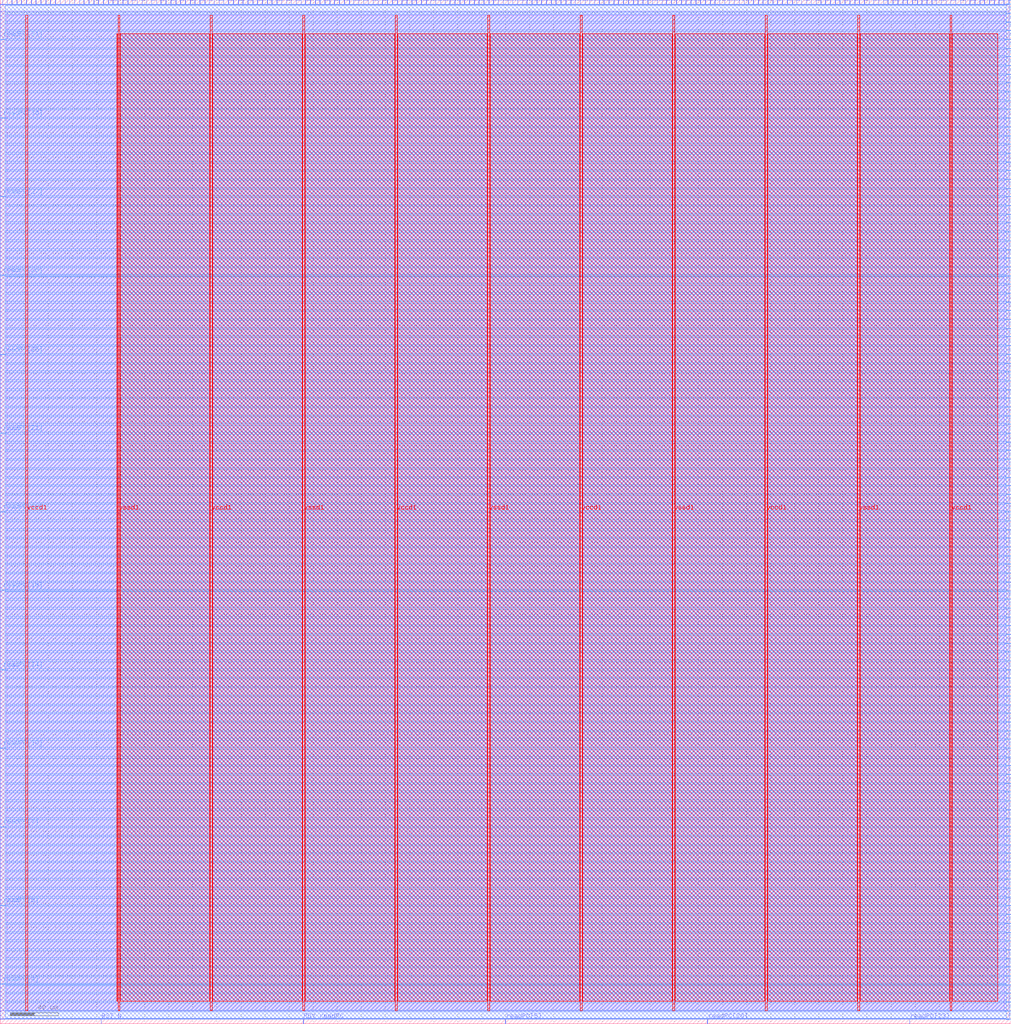
<source format=lef>
VERSION 5.7 ;
  NOWIREEXTENSIONATPIN ON ;
  DIVIDERCHAR "/" ;
  BUSBITCHARS "[]" ;
MACRO mkLanaiCPU
  CLASS BLOCK ;
  FOREIGN mkLanaiCPU ;
  ORIGIN 0.000 0.000 ;
  SIZE 839.870 BY 850.590 ;
  PIN CLK
    DIRECTION INPUT ;
    USE SIGNAL ;
    PORT
      LAYER met3 ;
        RECT 835.870 773.880 839.870 774.480 ;
    END
  END CLK
  PIN EN_dmem_client_request_get
    DIRECTION INPUT ;
    USE SIGNAL ;
    PORT
      LAYER met2 ;
        RECT 1.930 846.590 2.210 850.590 ;
    END
  END EN_dmem_client_request_get
  PIN EN_dmem_client_response_put
    DIRECTION INPUT ;
    USE SIGNAL ;
    PORT
      LAYER met2 ;
        RECT 5.610 846.590 5.890 850.590 ;
    END
  END EN_dmem_client_response_put
  PIN EN_imem_client_request_get
    DIRECTION INPUT ;
    USE SIGNAL ;
    PORT
      LAYER met2 ;
        RECT 545.650 846.590 545.930 850.590 ;
    END
  END EN_imem_client_request_get
  PIN EN_imem_client_response_put
    DIRECTION INPUT ;
    USE SIGNAL ;
    PORT
      LAYER met2 ;
        RECT 549.790 846.590 550.070 850.590 ;
    END
  END EN_imem_client_response_put
  PIN RDY_dmem_client_request_get
    DIRECTION OUTPUT TRISTATE ;
    USE SIGNAL ;
    PORT
      LAYER met2 ;
        RECT 9.750 846.590 10.030 850.590 ;
    END
  END RDY_dmem_client_request_get
  PIN RDY_dmem_client_response_put
    DIRECTION OUTPUT TRISTATE ;
    USE SIGNAL ;
    PORT
      LAYER met2 ;
        RECT 13.890 846.590 14.170 850.590 ;
    END
  END RDY_dmem_client_response_put
  PIN RDY_imem_client_request_get
    DIRECTION OUTPUT TRISTATE ;
    USE SIGNAL ;
    PORT
      LAYER met2 ;
        RECT 553.470 846.590 553.750 850.590 ;
    END
  END RDY_imem_client_request_get
  PIN RDY_imem_client_response_put
    DIRECTION OUTPUT TRISTATE ;
    USE SIGNAL ;
    PORT
      LAYER met2 ;
        RECT 557.610 846.590 557.890 850.590 ;
    END
  END RDY_imem_client_response_put
  PIN RDY_readPC
    DIRECTION OUTPUT TRISTATE ;
    USE SIGNAL ;
    PORT
      LAYER met2 ;
        RECT 251.710 0.000 251.990 4.000 ;
    END
  END RDY_readPC
  PIN RST_N
    DIRECTION INPUT ;
    USE SIGNAL ;
    PORT
      LAYER met2 ;
        RECT 83.810 0.000 84.090 4.000 ;
    END
  END RST_N
  PIN dmem_client_request_get[0]
    DIRECTION OUTPUT TRISTATE ;
    USE SIGNAL ;
    PORT
      LAYER met2 ;
        RECT 17.570 846.590 17.850 850.590 ;
    END
  END dmem_client_request_get[0]
  PIN dmem_client_request_get[10]
    DIRECTION OUTPUT TRISTATE ;
    USE SIGNAL ;
    PORT
      LAYER met2 ;
        RECT 97.610 846.590 97.890 850.590 ;
    END
  END dmem_client_request_get[10]
  PIN dmem_client_request_get[11]
    DIRECTION OUTPUT TRISTATE ;
    USE SIGNAL ;
    PORT
      LAYER met2 ;
        RECT 105.890 846.590 106.170 850.590 ;
    END
  END dmem_client_request_get[11]
  PIN dmem_client_request_get[12]
    DIRECTION OUTPUT TRISTATE ;
    USE SIGNAL ;
    PORT
      LAYER met2 ;
        RECT 113.710 846.590 113.990 850.590 ;
    END
  END dmem_client_request_get[12]
  PIN dmem_client_request_get[13]
    DIRECTION OUTPUT TRISTATE ;
    USE SIGNAL ;
    PORT
      LAYER met2 ;
        RECT 121.530 846.590 121.810 850.590 ;
    END
  END dmem_client_request_get[13]
  PIN dmem_client_request_get[14]
    DIRECTION OUTPUT TRISTATE ;
    USE SIGNAL ;
    PORT
      LAYER met2 ;
        RECT 129.810 846.590 130.090 850.590 ;
    END
  END dmem_client_request_get[14]
  PIN dmem_client_request_get[15]
    DIRECTION OUTPUT TRISTATE ;
    USE SIGNAL ;
    PORT
      LAYER met2 ;
        RECT 137.630 846.590 137.910 850.590 ;
    END
  END dmem_client_request_get[15]
  PIN dmem_client_request_get[16]
    DIRECTION OUTPUT TRISTATE ;
    USE SIGNAL ;
    PORT
      LAYER met2 ;
        RECT 145.910 846.590 146.190 850.590 ;
    END
  END dmem_client_request_get[16]
  PIN dmem_client_request_get[17]
    DIRECTION OUTPUT TRISTATE ;
    USE SIGNAL ;
    PORT
      LAYER met2 ;
        RECT 153.730 846.590 154.010 850.590 ;
    END
  END dmem_client_request_get[17]
  PIN dmem_client_request_get[18]
    DIRECTION OUTPUT TRISTATE ;
    USE SIGNAL ;
    PORT
      LAYER met2 ;
        RECT 161.550 846.590 161.830 850.590 ;
    END
  END dmem_client_request_get[18]
  PIN dmem_client_request_get[19]
    DIRECTION OUTPUT TRISTATE ;
    USE SIGNAL ;
    PORT
      LAYER met2 ;
        RECT 169.830 846.590 170.110 850.590 ;
    END
  END dmem_client_request_get[19]
  PIN dmem_client_request_get[1]
    DIRECTION OUTPUT TRISTATE ;
    USE SIGNAL ;
    PORT
      LAYER met2 ;
        RECT 25.850 846.590 26.130 850.590 ;
    END
  END dmem_client_request_get[1]
  PIN dmem_client_request_get[20]
    DIRECTION OUTPUT TRISTATE ;
    USE SIGNAL ;
    PORT
      LAYER met2 ;
        RECT 177.650 846.590 177.930 850.590 ;
    END
  END dmem_client_request_get[20]
  PIN dmem_client_request_get[21]
    DIRECTION OUTPUT TRISTATE ;
    USE SIGNAL ;
    PORT
      LAYER met2 ;
        RECT 185.470 846.590 185.750 850.590 ;
    END
  END dmem_client_request_get[21]
  PIN dmem_client_request_get[22]
    DIRECTION OUTPUT TRISTATE ;
    USE SIGNAL ;
    PORT
      LAYER met2 ;
        RECT 193.750 846.590 194.030 850.590 ;
    END
  END dmem_client_request_get[22]
  PIN dmem_client_request_get[23]
    DIRECTION OUTPUT TRISTATE ;
    USE SIGNAL ;
    PORT
      LAYER met2 ;
        RECT 201.570 846.590 201.850 850.590 ;
    END
  END dmem_client_request_get[23]
  PIN dmem_client_request_get[24]
    DIRECTION OUTPUT TRISTATE ;
    USE SIGNAL ;
    PORT
      LAYER met2 ;
        RECT 209.850 846.590 210.130 850.590 ;
    END
  END dmem_client_request_get[24]
  PIN dmem_client_request_get[25]
    DIRECTION OUTPUT TRISTATE ;
    USE SIGNAL ;
    PORT
      LAYER met2 ;
        RECT 217.670 846.590 217.950 850.590 ;
    END
  END dmem_client_request_get[25]
  PIN dmem_client_request_get[26]
    DIRECTION OUTPUT TRISTATE ;
    USE SIGNAL ;
    PORT
      LAYER met2 ;
        RECT 225.490 846.590 225.770 850.590 ;
    END
  END dmem_client_request_get[26]
  PIN dmem_client_request_get[27]
    DIRECTION OUTPUT TRISTATE ;
    USE SIGNAL ;
    PORT
      LAYER met2 ;
        RECT 233.770 846.590 234.050 850.590 ;
    END
  END dmem_client_request_get[27]
  PIN dmem_client_request_get[28]
    DIRECTION OUTPUT TRISTATE ;
    USE SIGNAL ;
    PORT
      LAYER met2 ;
        RECT 241.590 846.590 241.870 850.590 ;
    END
  END dmem_client_request_get[28]
  PIN dmem_client_request_get[29]
    DIRECTION OUTPUT TRISTATE ;
    USE SIGNAL ;
    PORT
      LAYER met2 ;
        RECT 249.870 846.590 250.150 850.590 ;
    END
  END dmem_client_request_get[29]
  PIN dmem_client_request_get[2]
    DIRECTION OUTPUT TRISTATE ;
    USE SIGNAL ;
    PORT
      LAYER met2 ;
        RECT 33.670 846.590 33.950 850.590 ;
    END
  END dmem_client_request_get[2]
  PIN dmem_client_request_get[30]
    DIRECTION OUTPUT TRISTATE ;
    USE SIGNAL ;
    PORT
      LAYER met2 ;
        RECT 257.690 846.590 257.970 850.590 ;
    END
  END dmem_client_request_get[30]
  PIN dmem_client_request_get[31]
    DIRECTION OUTPUT TRISTATE ;
    USE SIGNAL ;
    PORT
      LAYER met2 ;
        RECT 265.510 846.590 265.790 850.590 ;
    END
  END dmem_client_request_get[31]
  PIN dmem_client_request_get[32]
    DIRECTION OUTPUT TRISTATE ;
    USE SIGNAL ;
    PORT
      LAYER met2 ;
        RECT 273.790 846.590 274.070 850.590 ;
    END
  END dmem_client_request_get[32]
  PIN dmem_client_request_get[33]
    DIRECTION OUTPUT TRISTATE ;
    USE SIGNAL ;
    PORT
      LAYER met2 ;
        RECT 277.470 846.590 277.750 850.590 ;
    END
  END dmem_client_request_get[33]
  PIN dmem_client_request_get[34]
    DIRECTION OUTPUT TRISTATE ;
    USE SIGNAL ;
    PORT
      LAYER met2 ;
        RECT 281.610 846.590 281.890 850.590 ;
    END
  END dmem_client_request_get[34]
  PIN dmem_client_request_get[35]
    DIRECTION OUTPUT TRISTATE ;
    USE SIGNAL ;
    PORT
      LAYER met2 ;
        RECT 285.750 846.590 286.030 850.590 ;
    END
  END dmem_client_request_get[35]
  PIN dmem_client_request_get[36]
    DIRECTION OUTPUT TRISTATE ;
    USE SIGNAL ;
    PORT
      LAYER met2 ;
        RECT 289.890 846.590 290.170 850.590 ;
    END
  END dmem_client_request_get[36]
  PIN dmem_client_request_get[37]
    DIRECTION OUTPUT TRISTATE ;
    USE SIGNAL ;
    PORT
      LAYER met2 ;
        RECT 293.570 846.590 293.850 850.590 ;
    END
  END dmem_client_request_get[37]
  PIN dmem_client_request_get[38]
    DIRECTION OUTPUT TRISTATE ;
    USE SIGNAL ;
    PORT
      LAYER met2 ;
        RECT 297.710 846.590 297.990 850.590 ;
    END
  END dmem_client_request_get[38]
  PIN dmem_client_request_get[39]
    DIRECTION OUTPUT TRISTATE ;
    USE SIGNAL ;
    PORT
      LAYER met2 ;
        RECT 301.850 846.590 302.130 850.590 ;
    END
  END dmem_client_request_get[39]
  PIN dmem_client_request_get[3]
    DIRECTION OUTPUT TRISTATE ;
    USE SIGNAL ;
    PORT
      LAYER met2 ;
        RECT 41.490 846.590 41.770 850.590 ;
    END
  END dmem_client_request_get[3]
  PIN dmem_client_request_get[40]
    DIRECTION OUTPUT TRISTATE ;
    USE SIGNAL ;
    PORT
      LAYER met2 ;
        RECT 305.530 846.590 305.810 850.590 ;
    END
  END dmem_client_request_get[40]
  PIN dmem_client_request_get[41]
    DIRECTION OUTPUT TRISTATE ;
    USE SIGNAL ;
    PORT
      LAYER met2 ;
        RECT 309.670 846.590 309.950 850.590 ;
    END
  END dmem_client_request_get[41]
  PIN dmem_client_request_get[42]
    DIRECTION OUTPUT TRISTATE ;
    USE SIGNAL ;
    PORT
      LAYER met2 ;
        RECT 313.810 846.590 314.090 850.590 ;
    END
  END dmem_client_request_get[42]
  PIN dmem_client_request_get[43]
    DIRECTION OUTPUT TRISTATE ;
    USE SIGNAL ;
    PORT
      LAYER met2 ;
        RECT 317.490 846.590 317.770 850.590 ;
    END
  END dmem_client_request_get[43]
  PIN dmem_client_request_get[44]
    DIRECTION OUTPUT TRISTATE ;
    USE SIGNAL ;
    PORT
      LAYER met2 ;
        RECT 321.630 846.590 321.910 850.590 ;
    END
  END dmem_client_request_get[44]
  PIN dmem_client_request_get[45]
    DIRECTION OUTPUT TRISTATE ;
    USE SIGNAL ;
    PORT
      LAYER met2 ;
        RECT 325.770 846.590 326.050 850.590 ;
    END
  END dmem_client_request_get[45]
  PIN dmem_client_request_get[46]
    DIRECTION OUTPUT TRISTATE ;
    USE SIGNAL ;
    PORT
      LAYER met2 ;
        RECT 329.910 846.590 330.190 850.590 ;
    END
  END dmem_client_request_get[46]
  PIN dmem_client_request_get[47]
    DIRECTION OUTPUT TRISTATE ;
    USE SIGNAL ;
    PORT
      LAYER met2 ;
        RECT 333.590 846.590 333.870 850.590 ;
    END
  END dmem_client_request_get[47]
  PIN dmem_client_request_get[48]
    DIRECTION OUTPUT TRISTATE ;
    USE SIGNAL ;
    PORT
      LAYER met2 ;
        RECT 337.730 846.590 338.010 850.590 ;
    END
  END dmem_client_request_get[48]
  PIN dmem_client_request_get[49]
    DIRECTION OUTPUT TRISTATE ;
    USE SIGNAL ;
    PORT
      LAYER met2 ;
        RECT 341.870 846.590 342.150 850.590 ;
    END
  END dmem_client_request_get[49]
  PIN dmem_client_request_get[4]
    DIRECTION OUTPUT TRISTATE ;
    USE SIGNAL ;
    PORT
      LAYER met2 ;
        RECT 49.770 846.590 50.050 850.590 ;
    END
  END dmem_client_request_get[4]
  PIN dmem_client_request_get[50]
    DIRECTION OUTPUT TRISTATE ;
    USE SIGNAL ;
    PORT
      LAYER met2 ;
        RECT 345.550 846.590 345.830 850.590 ;
    END
  END dmem_client_request_get[50]
  PIN dmem_client_request_get[51]
    DIRECTION OUTPUT TRISTATE ;
    USE SIGNAL ;
    PORT
      LAYER met2 ;
        RECT 349.690 846.590 349.970 850.590 ;
    END
  END dmem_client_request_get[51]
  PIN dmem_client_request_get[52]
    DIRECTION OUTPUT TRISTATE ;
    USE SIGNAL ;
    PORT
      LAYER met2 ;
        RECT 353.830 846.590 354.110 850.590 ;
    END
  END dmem_client_request_get[52]
  PIN dmem_client_request_get[53]
    DIRECTION OUTPUT TRISTATE ;
    USE SIGNAL ;
    PORT
      LAYER met2 ;
        RECT 357.510 846.590 357.790 850.590 ;
    END
  END dmem_client_request_get[53]
  PIN dmem_client_request_get[54]
    DIRECTION OUTPUT TRISTATE ;
    USE SIGNAL ;
    PORT
      LAYER met2 ;
        RECT 361.650 846.590 361.930 850.590 ;
    END
  END dmem_client_request_get[54]
  PIN dmem_client_request_get[55]
    DIRECTION OUTPUT TRISTATE ;
    USE SIGNAL ;
    PORT
      LAYER met2 ;
        RECT 365.790 846.590 366.070 850.590 ;
    END
  END dmem_client_request_get[55]
  PIN dmem_client_request_get[56]
    DIRECTION OUTPUT TRISTATE ;
    USE SIGNAL ;
    PORT
      LAYER met2 ;
        RECT 369.470 846.590 369.750 850.590 ;
    END
  END dmem_client_request_get[56]
  PIN dmem_client_request_get[57]
    DIRECTION OUTPUT TRISTATE ;
    USE SIGNAL ;
    PORT
      LAYER met2 ;
        RECT 373.610 846.590 373.890 850.590 ;
    END
  END dmem_client_request_get[57]
  PIN dmem_client_request_get[58]
    DIRECTION OUTPUT TRISTATE ;
    USE SIGNAL ;
    PORT
      LAYER met2 ;
        RECT 377.750 846.590 378.030 850.590 ;
    END
  END dmem_client_request_get[58]
  PIN dmem_client_request_get[59]
    DIRECTION OUTPUT TRISTATE ;
    USE SIGNAL ;
    PORT
      LAYER met2 ;
        RECT 381.890 846.590 382.170 850.590 ;
    END
  END dmem_client_request_get[59]
  PIN dmem_client_request_get[5]
    DIRECTION OUTPUT TRISTATE ;
    USE SIGNAL ;
    PORT
      LAYER met2 ;
        RECT 57.590 846.590 57.870 850.590 ;
    END
  END dmem_client_request_get[5]
  PIN dmem_client_request_get[60]
    DIRECTION OUTPUT TRISTATE ;
    USE SIGNAL ;
    PORT
      LAYER met2 ;
        RECT 385.570 846.590 385.850 850.590 ;
    END
  END dmem_client_request_get[60]
  PIN dmem_client_request_get[61]
    DIRECTION OUTPUT TRISTATE ;
    USE SIGNAL ;
    PORT
      LAYER met2 ;
        RECT 389.710 846.590 389.990 850.590 ;
    END
  END dmem_client_request_get[61]
  PIN dmem_client_request_get[62]
    DIRECTION OUTPUT TRISTATE ;
    USE SIGNAL ;
    PORT
      LAYER met2 ;
        RECT 393.850 846.590 394.130 850.590 ;
    END
  END dmem_client_request_get[62]
  PIN dmem_client_request_get[63]
    DIRECTION OUTPUT TRISTATE ;
    USE SIGNAL ;
    PORT
      LAYER met2 ;
        RECT 397.530 846.590 397.810 850.590 ;
    END
  END dmem_client_request_get[63]
  PIN dmem_client_request_get[64]
    DIRECTION OUTPUT TRISTATE ;
    USE SIGNAL ;
    PORT
      LAYER met2 ;
        RECT 401.670 846.590 401.950 850.590 ;
    END
  END dmem_client_request_get[64]
  PIN dmem_client_request_get[65]
    DIRECTION OUTPUT TRISTATE ;
    USE SIGNAL ;
    PORT
      LAYER met2 ;
        RECT 405.810 846.590 406.090 850.590 ;
    END
  END dmem_client_request_get[65]
  PIN dmem_client_request_get[66]
    DIRECTION OUTPUT TRISTATE ;
    USE SIGNAL ;
    PORT
      LAYER met2 ;
        RECT 409.490 846.590 409.770 850.590 ;
    END
  END dmem_client_request_get[66]
  PIN dmem_client_request_get[67]
    DIRECTION OUTPUT TRISTATE ;
    USE SIGNAL ;
    PORT
      LAYER met2 ;
        RECT 413.630 846.590 413.910 850.590 ;
    END
  END dmem_client_request_get[67]
  PIN dmem_client_request_get[68]
    DIRECTION OUTPUT TRISTATE ;
    USE SIGNAL ;
    PORT
      LAYER met2 ;
        RECT 417.770 846.590 418.050 850.590 ;
    END
  END dmem_client_request_get[68]
  PIN dmem_client_request_get[69]
    DIRECTION OUTPUT TRISTATE ;
    USE SIGNAL ;
    PORT
      LAYER met2 ;
        RECT 421.910 846.590 422.190 850.590 ;
    END
  END dmem_client_request_get[69]
  PIN dmem_client_request_get[6]
    DIRECTION OUTPUT TRISTATE ;
    USE SIGNAL ;
    PORT
      LAYER met2 ;
        RECT 65.870 846.590 66.150 850.590 ;
    END
  END dmem_client_request_get[6]
  PIN dmem_client_request_get[70]
    DIRECTION OUTPUT TRISTATE ;
    USE SIGNAL ;
    PORT
      LAYER met2 ;
        RECT 425.590 846.590 425.870 850.590 ;
    END
  END dmem_client_request_get[70]
  PIN dmem_client_request_get[71]
    DIRECTION OUTPUT TRISTATE ;
    USE SIGNAL ;
    PORT
      LAYER met2 ;
        RECT 429.730 846.590 430.010 850.590 ;
    END
  END dmem_client_request_get[71]
  PIN dmem_client_request_get[72]
    DIRECTION OUTPUT TRISTATE ;
    USE SIGNAL ;
    PORT
      LAYER met2 ;
        RECT 433.870 846.590 434.150 850.590 ;
    END
  END dmem_client_request_get[72]
  PIN dmem_client_request_get[73]
    DIRECTION OUTPUT TRISTATE ;
    USE SIGNAL ;
    PORT
      LAYER met2 ;
        RECT 437.550 846.590 437.830 850.590 ;
    END
  END dmem_client_request_get[73]
  PIN dmem_client_request_get[74]
    DIRECTION OUTPUT TRISTATE ;
    USE SIGNAL ;
    PORT
      LAYER met2 ;
        RECT 441.690 846.590 441.970 850.590 ;
    END
  END dmem_client_request_get[74]
  PIN dmem_client_request_get[75]
    DIRECTION OUTPUT TRISTATE ;
    USE SIGNAL ;
    PORT
      LAYER met2 ;
        RECT 445.830 846.590 446.110 850.590 ;
    END
  END dmem_client_request_get[75]
  PIN dmem_client_request_get[76]
    DIRECTION OUTPUT TRISTATE ;
    USE SIGNAL ;
    PORT
      LAYER met2 ;
        RECT 449.510 846.590 449.790 850.590 ;
    END
  END dmem_client_request_get[76]
  PIN dmem_client_request_get[77]
    DIRECTION OUTPUT TRISTATE ;
    USE SIGNAL ;
    PORT
      LAYER met2 ;
        RECT 453.650 846.590 453.930 850.590 ;
    END
  END dmem_client_request_get[77]
  PIN dmem_client_request_get[78]
    DIRECTION OUTPUT TRISTATE ;
    USE SIGNAL ;
    PORT
      LAYER met2 ;
        RECT 457.790 846.590 458.070 850.590 ;
    END
  END dmem_client_request_get[78]
  PIN dmem_client_request_get[79]
    DIRECTION OUTPUT TRISTATE ;
    USE SIGNAL ;
    PORT
      LAYER met2 ;
        RECT 461.470 846.590 461.750 850.590 ;
    END
  END dmem_client_request_get[79]
  PIN dmem_client_request_get[7]
    DIRECTION OUTPUT TRISTATE ;
    USE SIGNAL ;
    PORT
      LAYER met2 ;
        RECT 73.690 846.590 73.970 850.590 ;
    END
  END dmem_client_request_get[7]
  PIN dmem_client_request_get[80]
    DIRECTION OUTPUT TRISTATE ;
    USE SIGNAL ;
    PORT
      LAYER met2 ;
        RECT 465.610 846.590 465.890 850.590 ;
    END
  END dmem_client_request_get[80]
  PIN dmem_client_request_get[81]
    DIRECTION OUTPUT TRISTATE ;
    USE SIGNAL ;
    PORT
      LAYER met2 ;
        RECT 469.750 846.590 470.030 850.590 ;
    END
  END dmem_client_request_get[81]
  PIN dmem_client_request_get[82]
    DIRECTION OUTPUT TRISTATE ;
    USE SIGNAL ;
    PORT
      LAYER met2 ;
        RECT 473.890 846.590 474.170 850.590 ;
    END
  END dmem_client_request_get[82]
  PIN dmem_client_request_get[83]
    DIRECTION OUTPUT TRISTATE ;
    USE SIGNAL ;
    PORT
      LAYER met2 ;
        RECT 477.570 846.590 477.850 850.590 ;
    END
  END dmem_client_request_get[83]
  PIN dmem_client_request_get[84]
    DIRECTION OUTPUT TRISTATE ;
    USE SIGNAL ;
    PORT
      LAYER met2 ;
        RECT 481.710 846.590 481.990 850.590 ;
    END
  END dmem_client_request_get[84]
  PIN dmem_client_request_get[85]
    DIRECTION OUTPUT TRISTATE ;
    USE SIGNAL ;
    PORT
      LAYER met2 ;
        RECT 485.850 846.590 486.130 850.590 ;
    END
  END dmem_client_request_get[85]
  PIN dmem_client_request_get[86]
    DIRECTION OUTPUT TRISTATE ;
    USE SIGNAL ;
    PORT
      LAYER met2 ;
        RECT 489.530 846.590 489.810 850.590 ;
    END
  END dmem_client_request_get[86]
  PIN dmem_client_request_get[87]
    DIRECTION OUTPUT TRISTATE ;
    USE SIGNAL ;
    PORT
      LAYER met2 ;
        RECT 493.670 846.590 493.950 850.590 ;
    END
  END dmem_client_request_get[87]
  PIN dmem_client_request_get[88]
    DIRECTION OUTPUT TRISTATE ;
    USE SIGNAL ;
    PORT
      LAYER met2 ;
        RECT 497.810 846.590 498.090 850.590 ;
    END
  END dmem_client_request_get[88]
  PIN dmem_client_request_get[89]
    DIRECTION OUTPUT TRISTATE ;
    USE SIGNAL ;
    PORT
      LAYER met2 ;
        RECT 501.490 846.590 501.770 850.590 ;
    END
  END dmem_client_request_get[89]
  PIN dmem_client_request_get[8]
    DIRECTION OUTPUT TRISTATE ;
    USE SIGNAL ;
    PORT
      LAYER met2 ;
        RECT 81.510 846.590 81.790 850.590 ;
    END
  END dmem_client_request_get[8]
  PIN dmem_client_request_get[90]
    DIRECTION OUTPUT TRISTATE ;
    USE SIGNAL ;
    PORT
      LAYER met2 ;
        RECT 505.630 846.590 505.910 850.590 ;
    END
  END dmem_client_request_get[90]
  PIN dmem_client_request_get[91]
    DIRECTION OUTPUT TRISTATE ;
    USE SIGNAL ;
    PORT
      LAYER met2 ;
        RECT 509.770 846.590 510.050 850.590 ;
    END
  END dmem_client_request_get[91]
  PIN dmem_client_request_get[92]
    DIRECTION OUTPUT TRISTATE ;
    USE SIGNAL ;
    PORT
      LAYER met2 ;
        RECT 513.450 846.590 513.730 850.590 ;
    END
  END dmem_client_request_get[92]
  PIN dmem_client_request_get[93]
    DIRECTION OUTPUT TRISTATE ;
    USE SIGNAL ;
    PORT
      LAYER met2 ;
        RECT 517.590 846.590 517.870 850.590 ;
    END
  END dmem_client_request_get[93]
  PIN dmem_client_request_get[94]
    DIRECTION OUTPUT TRISTATE ;
    USE SIGNAL ;
    PORT
      LAYER met2 ;
        RECT 521.730 846.590 522.010 850.590 ;
    END
  END dmem_client_request_get[94]
  PIN dmem_client_request_get[95]
    DIRECTION OUTPUT TRISTATE ;
    USE SIGNAL ;
    PORT
      LAYER met2 ;
        RECT 525.870 846.590 526.150 850.590 ;
    END
  END dmem_client_request_get[95]
  PIN dmem_client_request_get[96]
    DIRECTION OUTPUT TRISTATE ;
    USE SIGNAL ;
    PORT
      LAYER met2 ;
        RECT 529.550 846.590 529.830 850.590 ;
    END
  END dmem_client_request_get[96]
  PIN dmem_client_request_get[97]
    DIRECTION OUTPUT TRISTATE ;
    USE SIGNAL ;
    PORT
      LAYER met2 ;
        RECT 533.690 846.590 533.970 850.590 ;
    END
  END dmem_client_request_get[97]
  PIN dmem_client_request_get[98]
    DIRECTION OUTPUT TRISTATE ;
    USE SIGNAL ;
    PORT
      LAYER met2 ;
        RECT 537.830 846.590 538.110 850.590 ;
    END
  END dmem_client_request_get[98]
  PIN dmem_client_request_get[99]
    DIRECTION OUTPUT TRISTATE ;
    USE SIGNAL ;
    PORT
      LAYER met2 ;
        RECT 541.510 846.590 541.790 850.590 ;
    END
  END dmem_client_request_get[99]
  PIN dmem_client_request_get[9]
    DIRECTION OUTPUT TRISTATE ;
    USE SIGNAL ;
    PORT
      LAYER met2 ;
        RECT 89.790 846.590 90.070 850.590 ;
    END
  END dmem_client_request_get[9]
  PIN dmem_client_response_put[0]
    DIRECTION INPUT ;
    USE SIGNAL ;
    PORT
      LAYER met2 ;
        RECT 21.710 846.590 21.990 850.590 ;
    END
  END dmem_client_response_put[0]
  PIN dmem_client_response_put[10]
    DIRECTION INPUT ;
    USE SIGNAL ;
    PORT
      LAYER met2 ;
        RECT 101.750 846.590 102.030 850.590 ;
    END
  END dmem_client_response_put[10]
  PIN dmem_client_response_put[11]
    DIRECTION INPUT ;
    USE SIGNAL ;
    PORT
      LAYER met2 ;
        RECT 109.570 846.590 109.850 850.590 ;
    END
  END dmem_client_response_put[11]
  PIN dmem_client_response_put[12]
    DIRECTION INPUT ;
    USE SIGNAL ;
    PORT
      LAYER met2 ;
        RECT 117.850 846.590 118.130 850.590 ;
    END
  END dmem_client_response_put[12]
  PIN dmem_client_response_put[13]
    DIRECTION INPUT ;
    USE SIGNAL ;
    PORT
      LAYER met2 ;
        RECT 125.670 846.590 125.950 850.590 ;
    END
  END dmem_client_response_put[13]
  PIN dmem_client_response_put[14]
    DIRECTION INPUT ;
    USE SIGNAL ;
    PORT
      LAYER met2 ;
        RECT 133.490 846.590 133.770 850.590 ;
    END
  END dmem_client_response_put[14]
  PIN dmem_client_response_put[15]
    DIRECTION INPUT ;
    USE SIGNAL ;
    PORT
      LAYER met2 ;
        RECT 141.770 846.590 142.050 850.590 ;
    END
  END dmem_client_response_put[15]
  PIN dmem_client_response_put[16]
    DIRECTION INPUT ;
    USE SIGNAL ;
    PORT
      LAYER met2 ;
        RECT 149.590 846.590 149.870 850.590 ;
    END
  END dmem_client_response_put[16]
  PIN dmem_client_response_put[17]
    DIRECTION INPUT ;
    USE SIGNAL ;
    PORT
      LAYER met2 ;
        RECT 157.870 846.590 158.150 850.590 ;
    END
  END dmem_client_response_put[17]
  PIN dmem_client_response_put[18]
    DIRECTION INPUT ;
    USE SIGNAL ;
    PORT
      LAYER met2 ;
        RECT 165.690 846.590 165.970 850.590 ;
    END
  END dmem_client_response_put[18]
  PIN dmem_client_response_put[19]
    DIRECTION INPUT ;
    USE SIGNAL ;
    PORT
      LAYER met2 ;
        RECT 173.510 846.590 173.790 850.590 ;
    END
  END dmem_client_response_put[19]
  PIN dmem_client_response_put[1]
    DIRECTION INPUT ;
    USE SIGNAL ;
    PORT
      LAYER met2 ;
        RECT 29.530 846.590 29.810 850.590 ;
    END
  END dmem_client_response_put[1]
  PIN dmem_client_response_put[20]
    DIRECTION INPUT ;
    USE SIGNAL ;
    PORT
      LAYER met2 ;
        RECT 181.790 846.590 182.070 850.590 ;
    END
  END dmem_client_response_put[20]
  PIN dmem_client_response_put[21]
    DIRECTION INPUT ;
    USE SIGNAL ;
    PORT
      LAYER met2 ;
        RECT 189.610 846.590 189.890 850.590 ;
    END
  END dmem_client_response_put[21]
  PIN dmem_client_response_put[22]
    DIRECTION INPUT ;
    USE SIGNAL ;
    PORT
      LAYER met2 ;
        RECT 197.890 846.590 198.170 850.590 ;
    END
  END dmem_client_response_put[22]
  PIN dmem_client_response_put[23]
    DIRECTION INPUT ;
    USE SIGNAL ;
    PORT
      LAYER met2 ;
        RECT 205.710 846.590 205.990 850.590 ;
    END
  END dmem_client_response_put[23]
  PIN dmem_client_response_put[24]
    DIRECTION INPUT ;
    USE SIGNAL ;
    PORT
      LAYER met2 ;
        RECT 213.530 846.590 213.810 850.590 ;
    END
  END dmem_client_response_put[24]
  PIN dmem_client_response_put[25]
    DIRECTION INPUT ;
    USE SIGNAL ;
    PORT
      LAYER met2 ;
        RECT 221.810 846.590 222.090 850.590 ;
    END
  END dmem_client_response_put[25]
  PIN dmem_client_response_put[26]
    DIRECTION INPUT ;
    USE SIGNAL ;
    PORT
      LAYER met2 ;
        RECT 229.630 846.590 229.910 850.590 ;
    END
  END dmem_client_response_put[26]
  PIN dmem_client_response_put[27]
    DIRECTION INPUT ;
    USE SIGNAL ;
    PORT
      LAYER met2 ;
        RECT 237.910 846.590 238.190 850.590 ;
    END
  END dmem_client_response_put[27]
  PIN dmem_client_response_put[28]
    DIRECTION INPUT ;
    USE SIGNAL ;
    PORT
      LAYER met2 ;
        RECT 245.730 846.590 246.010 850.590 ;
    END
  END dmem_client_response_put[28]
  PIN dmem_client_response_put[29]
    DIRECTION INPUT ;
    USE SIGNAL ;
    PORT
      LAYER met2 ;
        RECT 253.550 846.590 253.830 850.590 ;
    END
  END dmem_client_response_put[29]
  PIN dmem_client_response_put[2]
    DIRECTION INPUT ;
    USE SIGNAL ;
    PORT
      LAYER met2 ;
        RECT 37.810 846.590 38.090 850.590 ;
    END
  END dmem_client_response_put[2]
  PIN dmem_client_response_put[30]
    DIRECTION INPUT ;
    USE SIGNAL ;
    PORT
      LAYER met2 ;
        RECT 261.830 846.590 262.110 850.590 ;
    END
  END dmem_client_response_put[30]
  PIN dmem_client_response_put[31]
    DIRECTION INPUT ;
    USE SIGNAL ;
    PORT
      LAYER met2 ;
        RECT 269.650 846.590 269.930 850.590 ;
    END
  END dmem_client_response_put[31]
  PIN dmem_client_response_put[3]
    DIRECTION INPUT ;
    USE SIGNAL ;
    PORT
      LAYER met2 ;
        RECT 45.630 846.590 45.910 850.590 ;
    END
  END dmem_client_response_put[3]
  PIN dmem_client_response_put[4]
    DIRECTION INPUT ;
    USE SIGNAL ;
    PORT
      LAYER met2 ;
        RECT 53.910 846.590 54.190 850.590 ;
    END
  END dmem_client_response_put[4]
  PIN dmem_client_response_put[5]
    DIRECTION INPUT ;
    USE SIGNAL ;
    PORT
      LAYER met2 ;
        RECT 61.730 846.590 62.010 850.590 ;
    END
  END dmem_client_response_put[5]
  PIN dmem_client_response_put[6]
    DIRECTION INPUT ;
    USE SIGNAL ;
    PORT
      LAYER met2 ;
        RECT 69.550 846.590 69.830 850.590 ;
    END
  END dmem_client_response_put[6]
  PIN dmem_client_response_put[7]
    DIRECTION INPUT ;
    USE SIGNAL ;
    PORT
      LAYER met2 ;
        RECT 77.830 846.590 78.110 850.590 ;
    END
  END dmem_client_response_put[7]
  PIN dmem_client_response_put[8]
    DIRECTION INPUT ;
    USE SIGNAL ;
    PORT
      LAYER met2 ;
        RECT 85.650 846.590 85.930 850.590 ;
    END
  END dmem_client_response_put[8]
  PIN dmem_client_response_put[9]
    DIRECTION INPUT ;
    USE SIGNAL ;
    PORT
      LAYER met2 ;
        RECT 93.470 846.590 93.750 850.590 ;
    END
  END dmem_client_response_put[9]
  PIN imem_client_request_get[0]
    DIRECTION OUTPUT TRISTATE ;
    USE SIGNAL ;
    PORT
      LAYER met2 ;
        RECT 561.750 846.590 562.030 850.590 ;
    END
  END imem_client_request_get[0]
  PIN imem_client_request_get[10]
    DIRECTION OUTPUT TRISTATE ;
    USE SIGNAL ;
    PORT
      LAYER met2 ;
        RECT 641.790 846.590 642.070 850.590 ;
    END
  END imem_client_request_get[10]
  PIN imem_client_request_get[11]
    DIRECTION OUTPUT TRISTATE ;
    USE SIGNAL ;
    PORT
      LAYER met2 ;
        RECT 649.610 846.590 649.890 850.590 ;
    END
  END imem_client_request_get[11]
  PIN imem_client_request_get[12]
    DIRECTION OUTPUT TRISTATE ;
    USE SIGNAL ;
    PORT
      LAYER met2 ;
        RECT 657.890 846.590 658.170 850.590 ;
    END
  END imem_client_request_get[12]
  PIN imem_client_request_get[13]
    DIRECTION OUTPUT TRISTATE ;
    USE SIGNAL ;
    PORT
      LAYER met2 ;
        RECT 665.710 846.590 665.990 850.590 ;
    END
  END imem_client_request_get[13]
  PIN imem_client_request_get[14]
    DIRECTION OUTPUT TRISTATE ;
    USE SIGNAL ;
    PORT
      LAYER met2 ;
        RECT 673.530 846.590 673.810 850.590 ;
    END
  END imem_client_request_get[14]
  PIN imem_client_request_get[15]
    DIRECTION OUTPUT TRISTATE ;
    USE SIGNAL ;
    PORT
      LAYER met2 ;
        RECT 681.810 846.590 682.090 850.590 ;
    END
  END imem_client_request_get[15]
  PIN imem_client_request_get[16]
    DIRECTION OUTPUT TRISTATE ;
    USE SIGNAL ;
    PORT
      LAYER met2 ;
        RECT 689.630 846.590 689.910 850.590 ;
    END
  END imem_client_request_get[16]
  PIN imem_client_request_get[17]
    DIRECTION OUTPUT TRISTATE ;
    USE SIGNAL ;
    PORT
      LAYER met2 ;
        RECT 697.450 846.590 697.730 850.590 ;
    END
  END imem_client_request_get[17]
  PIN imem_client_request_get[18]
    DIRECTION OUTPUT TRISTATE ;
    USE SIGNAL ;
    PORT
      LAYER met2 ;
        RECT 705.730 846.590 706.010 850.590 ;
    END
  END imem_client_request_get[18]
  PIN imem_client_request_get[19]
    DIRECTION OUTPUT TRISTATE ;
    USE SIGNAL ;
    PORT
      LAYER met2 ;
        RECT 713.550 846.590 713.830 850.590 ;
    END
  END imem_client_request_get[19]
  PIN imem_client_request_get[1]
    DIRECTION OUTPUT TRISTATE ;
    USE SIGNAL ;
    PORT
      LAYER met2 ;
        RECT 569.570 846.590 569.850 850.590 ;
    END
  END imem_client_request_get[1]
  PIN imem_client_request_get[20]
    DIRECTION OUTPUT TRISTATE ;
    USE SIGNAL ;
    PORT
      LAYER met2 ;
        RECT 721.830 846.590 722.110 850.590 ;
    END
  END imem_client_request_get[20]
  PIN imem_client_request_get[21]
    DIRECTION OUTPUT TRISTATE ;
    USE SIGNAL ;
    PORT
      LAYER met2 ;
        RECT 729.650 846.590 729.930 850.590 ;
    END
  END imem_client_request_get[21]
  PIN imem_client_request_get[22]
    DIRECTION OUTPUT TRISTATE ;
    USE SIGNAL ;
    PORT
      LAYER met2 ;
        RECT 737.470 846.590 737.750 850.590 ;
    END
  END imem_client_request_get[22]
  PIN imem_client_request_get[23]
    DIRECTION OUTPUT TRISTATE ;
    USE SIGNAL ;
    PORT
      LAYER met2 ;
        RECT 745.750 846.590 746.030 850.590 ;
    END
  END imem_client_request_get[23]
  PIN imem_client_request_get[24]
    DIRECTION OUTPUT TRISTATE ;
    USE SIGNAL ;
    PORT
      LAYER met2 ;
        RECT 753.570 846.590 753.850 850.590 ;
    END
  END imem_client_request_get[24]
  PIN imem_client_request_get[25]
    DIRECTION OUTPUT TRISTATE ;
    USE SIGNAL ;
    PORT
      LAYER met2 ;
        RECT 761.850 846.590 762.130 850.590 ;
    END
  END imem_client_request_get[25]
  PIN imem_client_request_get[26]
    DIRECTION OUTPUT TRISTATE ;
    USE SIGNAL ;
    PORT
      LAYER met2 ;
        RECT 769.670 846.590 769.950 850.590 ;
    END
  END imem_client_request_get[26]
  PIN imem_client_request_get[27]
    DIRECTION OUTPUT TRISTATE ;
    USE SIGNAL ;
    PORT
      LAYER met2 ;
        RECT 777.490 846.590 777.770 850.590 ;
    END
  END imem_client_request_get[27]
  PIN imem_client_request_get[28]
    DIRECTION OUTPUT TRISTATE ;
    USE SIGNAL ;
    PORT
      LAYER met2 ;
        RECT 785.770 846.590 786.050 850.590 ;
    END
  END imem_client_request_get[28]
  PIN imem_client_request_get[29]
    DIRECTION OUTPUT TRISTATE ;
    USE SIGNAL ;
    PORT
      LAYER met2 ;
        RECT 793.590 846.590 793.870 850.590 ;
    END
  END imem_client_request_get[29]
  PIN imem_client_request_get[2]
    DIRECTION OUTPUT TRISTATE ;
    USE SIGNAL ;
    PORT
      LAYER met2 ;
        RECT 577.850 846.590 578.130 850.590 ;
    END
  END imem_client_request_get[2]
  PIN imem_client_request_get[30]
    DIRECTION OUTPUT TRISTATE ;
    USE SIGNAL ;
    PORT
      LAYER met2 ;
        RECT 801.870 846.590 802.150 850.590 ;
    END
  END imem_client_request_get[30]
  PIN imem_client_request_get[31]
    DIRECTION OUTPUT TRISTATE ;
    USE SIGNAL ;
    PORT
      LAYER met2 ;
        RECT 809.690 846.590 809.970 850.590 ;
    END
  END imem_client_request_get[31]
  PIN imem_client_request_get[3]
    DIRECTION OUTPUT TRISTATE ;
    USE SIGNAL ;
    PORT
      LAYER met2 ;
        RECT 585.670 846.590 585.950 850.590 ;
    END
  END imem_client_request_get[3]
  PIN imem_client_request_get[4]
    DIRECTION OUTPUT TRISTATE ;
    USE SIGNAL ;
    PORT
      LAYER met2 ;
        RECT 593.490 846.590 593.770 850.590 ;
    END
  END imem_client_request_get[4]
  PIN imem_client_request_get[5]
    DIRECTION OUTPUT TRISTATE ;
    USE SIGNAL ;
    PORT
      LAYER met2 ;
        RECT 601.770 846.590 602.050 850.590 ;
    END
  END imem_client_request_get[5]
  PIN imem_client_request_get[6]
    DIRECTION OUTPUT TRISTATE ;
    USE SIGNAL ;
    PORT
      LAYER met2 ;
        RECT 609.590 846.590 609.870 850.590 ;
    END
  END imem_client_request_get[6]
  PIN imem_client_request_get[7]
    DIRECTION OUTPUT TRISTATE ;
    USE SIGNAL ;
    PORT
      LAYER met2 ;
        RECT 617.870 846.590 618.150 850.590 ;
    END
  END imem_client_request_get[7]
  PIN imem_client_request_get[8]
    DIRECTION OUTPUT TRISTATE ;
    USE SIGNAL ;
    PORT
      LAYER met2 ;
        RECT 625.690 846.590 625.970 850.590 ;
    END
  END imem_client_request_get[8]
  PIN imem_client_request_get[9]
    DIRECTION OUTPUT TRISTATE ;
    USE SIGNAL ;
    PORT
      LAYER met2 ;
        RECT 633.510 846.590 633.790 850.590 ;
    END
  END imem_client_request_get[9]
  PIN imem_client_response_put[0]
    DIRECTION INPUT ;
    USE SIGNAL ;
    PORT
      LAYER met2 ;
        RECT 565.890 846.590 566.170 850.590 ;
    END
  END imem_client_response_put[0]
  PIN imem_client_response_put[10]
    DIRECTION INPUT ;
    USE SIGNAL ;
    PORT
      LAYER met2 ;
        RECT 645.470 846.590 645.750 850.590 ;
    END
  END imem_client_response_put[10]
  PIN imem_client_response_put[11]
    DIRECTION INPUT ;
    USE SIGNAL ;
    PORT
      LAYER met2 ;
        RECT 653.750 846.590 654.030 850.590 ;
    END
  END imem_client_response_put[11]
  PIN imem_client_response_put[12]
    DIRECTION INPUT ;
    USE SIGNAL ;
    PORT
      LAYER met2 ;
        RECT 661.570 846.590 661.850 850.590 ;
    END
  END imem_client_response_put[12]
  PIN imem_client_response_put[13]
    DIRECTION INPUT ;
    USE SIGNAL ;
    PORT
      LAYER met2 ;
        RECT 669.850 846.590 670.130 850.590 ;
    END
  END imem_client_response_put[13]
  PIN imem_client_response_put[14]
    DIRECTION INPUT ;
    USE SIGNAL ;
    PORT
      LAYER met2 ;
        RECT 677.670 846.590 677.950 850.590 ;
    END
  END imem_client_response_put[14]
  PIN imem_client_response_put[15]
    DIRECTION INPUT ;
    USE SIGNAL ;
    PORT
      LAYER met2 ;
        RECT 685.490 846.590 685.770 850.590 ;
    END
  END imem_client_response_put[15]
  PIN imem_client_response_put[16]
    DIRECTION INPUT ;
    USE SIGNAL ;
    PORT
      LAYER met2 ;
        RECT 693.770 846.590 694.050 850.590 ;
    END
  END imem_client_response_put[16]
  PIN imem_client_response_put[17]
    DIRECTION INPUT ;
    USE SIGNAL ;
    PORT
      LAYER met2 ;
        RECT 701.590 846.590 701.870 850.590 ;
    END
  END imem_client_response_put[17]
  PIN imem_client_response_put[18]
    DIRECTION INPUT ;
    USE SIGNAL ;
    PORT
      LAYER met2 ;
        RECT 709.870 846.590 710.150 850.590 ;
    END
  END imem_client_response_put[18]
  PIN imem_client_response_put[19]
    DIRECTION INPUT ;
    USE SIGNAL ;
    PORT
      LAYER met2 ;
        RECT 717.690 846.590 717.970 850.590 ;
    END
  END imem_client_response_put[19]
  PIN imem_client_response_put[1]
    DIRECTION INPUT ;
    USE SIGNAL ;
    PORT
      LAYER met2 ;
        RECT 573.710 846.590 573.990 850.590 ;
    END
  END imem_client_response_put[1]
  PIN imem_client_response_put[20]
    DIRECTION INPUT ;
    USE SIGNAL ;
    PORT
      LAYER met2 ;
        RECT 725.510 846.590 725.790 850.590 ;
    END
  END imem_client_response_put[20]
  PIN imem_client_response_put[21]
    DIRECTION INPUT ;
    USE SIGNAL ;
    PORT
      LAYER met2 ;
        RECT 733.790 846.590 734.070 850.590 ;
    END
  END imem_client_response_put[21]
  PIN imem_client_response_put[22]
    DIRECTION INPUT ;
    USE SIGNAL ;
    PORT
      LAYER met2 ;
        RECT 741.610 846.590 741.890 850.590 ;
    END
  END imem_client_response_put[22]
  PIN imem_client_response_put[23]
    DIRECTION INPUT ;
    USE SIGNAL ;
    PORT
      LAYER met2 ;
        RECT 749.890 846.590 750.170 850.590 ;
    END
  END imem_client_response_put[23]
  PIN imem_client_response_put[24]
    DIRECTION INPUT ;
    USE SIGNAL ;
    PORT
      LAYER met2 ;
        RECT 757.710 846.590 757.990 850.590 ;
    END
  END imem_client_response_put[24]
  PIN imem_client_response_put[25]
    DIRECTION INPUT ;
    USE SIGNAL ;
    PORT
      LAYER met2 ;
        RECT 765.530 846.590 765.810 850.590 ;
    END
  END imem_client_response_put[25]
  PIN imem_client_response_put[26]
    DIRECTION INPUT ;
    USE SIGNAL ;
    PORT
      LAYER met2 ;
        RECT 773.810 846.590 774.090 850.590 ;
    END
  END imem_client_response_put[26]
  PIN imem_client_response_put[27]
    DIRECTION INPUT ;
    USE SIGNAL ;
    PORT
      LAYER met2 ;
        RECT 781.630 846.590 781.910 850.590 ;
    END
  END imem_client_response_put[27]
  PIN imem_client_response_put[28]
    DIRECTION INPUT ;
    USE SIGNAL ;
    PORT
      LAYER met2 ;
        RECT 789.450 846.590 789.730 850.590 ;
    END
  END imem_client_response_put[28]
  PIN imem_client_response_put[29]
    DIRECTION INPUT ;
    USE SIGNAL ;
    PORT
      LAYER met2 ;
        RECT 797.730 846.590 798.010 850.590 ;
    END
  END imem_client_response_put[29]
  PIN imem_client_response_put[2]
    DIRECTION INPUT ;
    USE SIGNAL ;
    PORT
      LAYER met2 ;
        RECT 581.530 846.590 581.810 850.590 ;
    END
  END imem_client_response_put[2]
  PIN imem_client_response_put[30]
    DIRECTION INPUT ;
    USE SIGNAL ;
    PORT
      LAYER met2 ;
        RECT 805.550 846.590 805.830 850.590 ;
    END
  END imem_client_response_put[30]
  PIN imem_client_response_put[31]
    DIRECTION INPUT ;
    USE SIGNAL ;
    PORT
      LAYER met2 ;
        RECT 813.830 846.590 814.110 850.590 ;
    END
  END imem_client_response_put[31]
  PIN imem_client_response_put[3]
    DIRECTION INPUT ;
    USE SIGNAL ;
    PORT
      LAYER met2 ;
        RECT 589.810 846.590 590.090 850.590 ;
    END
  END imem_client_response_put[3]
  PIN imem_client_response_put[4]
    DIRECTION INPUT ;
    USE SIGNAL ;
    PORT
      LAYER met2 ;
        RECT 597.630 846.590 597.910 850.590 ;
    END
  END imem_client_response_put[4]
  PIN imem_client_response_put[5]
    DIRECTION INPUT ;
    USE SIGNAL ;
    PORT
      LAYER met2 ;
        RECT 605.450 846.590 605.730 850.590 ;
    END
  END imem_client_response_put[5]
  PIN imem_client_response_put[6]
    DIRECTION INPUT ;
    USE SIGNAL ;
    PORT
      LAYER met2 ;
        RECT 613.730 846.590 614.010 850.590 ;
    END
  END imem_client_response_put[6]
  PIN imem_client_response_put[7]
    DIRECTION INPUT ;
    USE SIGNAL ;
    PORT
      LAYER met2 ;
        RECT 621.550 846.590 621.830 850.590 ;
    END
  END imem_client_response_put[7]
  PIN imem_client_response_put[8]
    DIRECTION INPUT ;
    USE SIGNAL ;
    PORT
      LAYER met2 ;
        RECT 629.830 846.590 630.110 850.590 ;
    END
  END imem_client_response_put[8]
  PIN imem_client_response_put[9]
    DIRECTION INPUT ;
    USE SIGNAL ;
    PORT
      LAYER met2 ;
        RECT 637.650 846.590 637.930 850.590 ;
    END
  END imem_client_response_put[9]
  PIN readPC[0]
    DIRECTION OUTPUT TRISTATE ;
    USE SIGNAL ;
    PORT
      LAYER met3 ;
        RECT 835.870 781.360 839.870 781.960 ;
    END
  END readPC[0]
  PIN readPC[10]
    DIRECTION OUTPUT TRISTATE ;
    USE SIGNAL ;
    PORT
      LAYER met3 ;
        RECT 0.000 228.520 4.000 229.120 ;
    END
  END readPC[10]
  PIN readPC[11]
    DIRECTION OUTPUT TRISTATE ;
    USE SIGNAL ;
    PORT
      LAYER met2 ;
        RECT 825.790 846.590 826.070 850.590 ;
    END
  END readPC[11]
  PIN readPC[12]
    DIRECTION OUTPUT TRISTATE ;
    USE SIGNAL ;
    PORT
      LAYER met3 ;
        RECT 835.870 809.920 839.870 810.520 ;
    END
  END readPC[12]
  PIN readPC[13]
    DIRECTION OUTPUT TRISTATE ;
    USE SIGNAL ;
    PORT
      LAYER met2 ;
        RECT 829.470 846.590 829.750 850.590 ;
    END
  END readPC[13]
  PIN readPC[14]
    DIRECTION OUTPUT TRISTATE ;
    USE SIGNAL ;
    PORT
      LAYER met3 ;
        RECT 0.000 293.800 4.000 294.400 ;
    END
  END readPC[14]
  PIN readPC[15]
    DIRECTION OUTPUT TRISTATE ;
    USE SIGNAL ;
    PORT
      LAYER met2 ;
        RECT 833.610 846.590 833.890 850.590 ;
    END
  END readPC[15]
  PIN readPC[16]
    DIRECTION OUTPUT TRISTATE ;
    USE SIGNAL ;
    PORT
      LAYER met3 ;
        RECT 835.870 817.400 839.870 818.000 ;
    END
  END readPC[16]
  PIN readPC[17]
    DIRECTION OUTPUT TRISTATE ;
    USE SIGNAL ;
    PORT
      LAYER met3 ;
        RECT 835.870 824.880 839.870 825.480 ;
    END
  END readPC[17]
  PIN readPC[18]
    DIRECTION OUTPUT TRISTATE ;
    USE SIGNAL ;
    PORT
      LAYER met3 ;
        RECT 0.000 359.760 4.000 360.360 ;
    END
  END readPC[18]
  PIN readPC[19]
    DIRECTION OUTPUT TRISTATE ;
    USE SIGNAL ;
    PORT
      LAYER met3 ;
        RECT 0.000 425.040 4.000 425.640 ;
    END
  END readPC[19]
  PIN readPC[1]
    DIRECTION OUTPUT TRISTATE ;
    USE SIGNAL ;
    PORT
      LAYER met3 ;
        RECT 835.870 788.160 839.870 788.760 ;
    END
  END readPC[1]
  PIN readPC[20]
    DIRECTION OUTPUT TRISTATE ;
    USE SIGNAL ;
    PORT
      LAYER met2 ;
        RECT 587.510 0.000 587.790 4.000 ;
    END
  END readPC[20]
  PIN readPC[21]
    DIRECTION OUTPUT TRISTATE ;
    USE SIGNAL ;
    PORT
      LAYER met3 ;
        RECT 0.000 490.320 4.000 490.920 ;
    END
  END readPC[21]
  PIN readPC[22]
    DIRECTION OUTPUT TRISTATE ;
    USE SIGNAL ;
    PORT
      LAYER met3 ;
        RECT 835.870 831.680 839.870 832.280 ;
    END
  END readPC[22]
  PIN readPC[23]
    DIRECTION OUTPUT TRISTATE ;
    USE SIGNAL ;
    PORT
      LAYER met2 ;
        RECT 755.410 0.000 755.690 4.000 ;
    END
  END readPC[23]
  PIN readPC[24]
    DIRECTION OUTPUT TRISTATE ;
    USE SIGNAL ;
    PORT
      LAYER met3 ;
        RECT 835.870 839.160 839.870 839.760 ;
    END
  END readPC[24]
  PIN readPC[25]
    DIRECTION OUTPUT TRISTATE ;
    USE SIGNAL ;
    PORT
      LAYER met3 ;
        RECT 0.000 555.600 4.000 556.200 ;
    END
  END readPC[25]
  PIN readPC[26]
    DIRECTION OUTPUT TRISTATE ;
    USE SIGNAL ;
    PORT
      LAYER met3 ;
        RECT 0.000 621.560 4.000 622.160 ;
    END
  END readPC[26]
  PIN readPC[27]
    DIRECTION OUTPUT TRISTATE ;
    USE SIGNAL ;
    PORT
      LAYER met3 ;
        RECT 0.000 686.840 4.000 687.440 ;
    END
  END readPC[27]
  PIN readPC[28]
    DIRECTION OUTPUT TRISTATE ;
    USE SIGNAL ;
    PORT
      LAYER met3 ;
        RECT 835.870 846.640 839.870 847.240 ;
    END
  END readPC[28]
  PIN readPC[29]
    DIRECTION OUTPUT TRISTATE ;
    USE SIGNAL ;
    PORT
      LAYER met2 ;
        RECT 837.750 846.590 838.030 850.590 ;
    END
  END readPC[29]
  PIN readPC[2]
    DIRECTION OUTPUT TRISTATE ;
    USE SIGNAL ;
    PORT
      LAYER met3 ;
        RECT 835.870 795.640 839.870 796.240 ;
    END
  END readPC[2]
  PIN readPC[30]
    DIRECTION OUTPUT TRISTATE ;
    USE SIGNAL ;
    PORT
      LAYER met3 ;
        RECT 0.000 752.120 4.000 752.720 ;
    END
  END readPC[30]
  PIN readPC[31]
    DIRECTION OUTPUT TRISTATE ;
    USE SIGNAL ;
    PORT
      LAYER met3 ;
        RECT 0.000 817.400 4.000 818.000 ;
    END
  END readPC[31]
  PIN readPC[3]
    DIRECTION OUTPUT TRISTATE ;
    USE SIGNAL ;
    PORT
      LAYER met3 ;
        RECT 835.870 803.120 839.870 803.720 ;
    END
  END readPC[3]
  PIN readPC[4]
    DIRECTION OUTPUT TRISTATE ;
    USE SIGNAL ;
    PORT
      LAYER met3 ;
        RECT 0.000 32.680 4.000 33.280 ;
    END
  END readPC[4]
  PIN readPC[5]
    DIRECTION OUTPUT TRISTATE ;
    USE SIGNAL ;
    PORT
      LAYER met2 ;
        RECT 419.610 0.000 419.890 4.000 ;
    END
  END readPC[5]
  PIN readPC[6]
    DIRECTION OUTPUT TRISTATE ;
    USE SIGNAL ;
    PORT
      LAYER met3 ;
        RECT 0.000 97.960 4.000 98.560 ;
    END
  END readPC[6]
  PIN readPC[7]
    DIRECTION OUTPUT TRISTATE ;
    USE SIGNAL ;
    PORT
      LAYER met3 ;
        RECT 0.000 163.240 4.000 163.840 ;
    END
  END readPC[7]
  PIN readPC[8]
    DIRECTION OUTPUT TRISTATE ;
    USE SIGNAL ;
    PORT
      LAYER met2 ;
        RECT 817.510 846.590 817.790 850.590 ;
    END
  END readPC[8]
  PIN readPC[9]
    DIRECTION OUTPUT TRISTATE ;
    USE SIGNAL ;
    PORT
      LAYER met2 ;
        RECT 821.650 846.590 821.930 850.590 ;
    END
  END readPC[9]
  PIN sysmem_client_ack_i
    DIRECTION INPUT ;
    USE SIGNAL ;
    PORT
      LAYER met3 ;
        RECT 835.870 3.440 839.870 4.040 ;
    END
  END sysmem_client_ack_i
  PIN sysmem_client_adr_o[0]
    DIRECTION OUTPUT TRISTATE ;
    USE SIGNAL ;
    PORT
      LAYER met3 ;
        RECT 835.870 46.960 839.870 47.560 ;
    END
  END sysmem_client_adr_o[0]
  PIN sysmem_client_adr_o[10]
    DIRECTION OUTPUT TRISTATE ;
    USE SIGNAL ;
    PORT
      LAYER met3 ;
        RECT 835.870 293.800 839.870 294.400 ;
    END
  END sysmem_client_adr_o[10]
  PIN sysmem_client_adr_o[11]
    DIRECTION OUTPUT TRISTATE ;
    USE SIGNAL ;
    PORT
      LAYER met3 ;
        RECT 835.870 315.560 839.870 316.160 ;
    END
  END sysmem_client_adr_o[11]
  PIN sysmem_client_adr_o[12]
    DIRECTION OUTPUT TRISTATE ;
    USE SIGNAL ;
    PORT
      LAYER met3 ;
        RECT 835.870 337.320 839.870 337.920 ;
    END
  END sysmem_client_adr_o[12]
  PIN sysmem_client_adr_o[13]
    DIRECTION OUTPUT TRISTATE ;
    USE SIGNAL ;
    PORT
      LAYER met3 ;
        RECT 835.870 359.080 839.870 359.680 ;
    END
  END sysmem_client_adr_o[13]
  PIN sysmem_client_adr_o[14]
    DIRECTION OUTPUT TRISTATE ;
    USE SIGNAL ;
    PORT
      LAYER met3 ;
        RECT 835.870 381.520 839.870 382.120 ;
    END
  END sysmem_client_adr_o[14]
  PIN sysmem_client_adr_o[15]
    DIRECTION OUTPUT TRISTATE ;
    USE SIGNAL ;
    PORT
      LAYER met3 ;
        RECT 835.870 403.280 839.870 403.880 ;
    END
  END sysmem_client_adr_o[15]
  PIN sysmem_client_adr_o[16]
    DIRECTION OUTPUT TRISTATE ;
    USE SIGNAL ;
    PORT
      LAYER met3 ;
        RECT 835.870 425.040 839.870 425.640 ;
    END
  END sysmem_client_adr_o[16]
  PIN sysmem_client_adr_o[17]
    DIRECTION OUTPUT TRISTATE ;
    USE SIGNAL ;
    PORT
      LAYER met3 ;
        RECT 835.870 446.800 839.870 447.400 ;
    END
  END sysmem_client_adr_o[17]
  PIN sysmem_client_adr_o[18]
    DIRECTION OUTPUT TRISTATE ;
    USE SIGNAL ;
    PORT
      LAYER met3 ;
        RECT 835.870 468.560 839.870 469.160 ;
    END
  END sysmem_client_adr_o[18]
  PIN sysmem_client_adr_o[19]
    DIRECTION OUTPUT TRISTATE ;
    USE SIGNAL ;
    PORT
      LAYER met3 ;
        RECT 835.870 490.320 839.870 490.920 ;
    END
  END sysmem_client_adr_o[19]
  PIN sysmem_client_adr_o[1]
    DIRECTION OUTPUT TRISTATE ;
    USE SIGNAL ;
    PORT
      LAYER met3 ;
        RECT 835.870 75.520 839.870 76.120 ;
    END
  END sysmem_client_adr_o[1]
  PIN sysmem_client_adr_o[20]
    DIRECTION OUTPUT TRISTATE ;
    USE SIGNAL ;
    PORT
      LAYER met3 ;
        RECT 835.870 512.080 839.870 512.680 ;
    END
  END sysmem_client_adr_o[20]
  PIN sysmem_client_adr_o[21]
    DIRECTION OUTPUT TRISTATE ;
    USE SIGNAL ;
    PORT
      LAYER met3 ;
        RECT 835.870 533.840 839.870 534.440 ;
    END
  END sysmem_client_adr_o[21]
  PIN sysmem_client_adr_o[22]
    DIRECTION OUTPUT TRISTATE ;
    USE SIGNAL ;
    PORT
      LAYER met3 ;
        RECT 835.870 555.600 839.870 556.200 ;
    END
  END sysmem_client_adr_o[22]
  PIN sysmem_client_adr_o[23]
    DIRECTION OUTPUT TRISTATE ;
    USE SIGNAL ;
    PORT
      LAYER met3 ;
        RECT 835.870 577.360 839.870 577.960 ;
    END
  END sysmem_client_adr_o[23]
  PIN sysmem_client_adr_o[24]
    DIRECTION OUTPUT TRISTATE ;
    USE SIGNAL ;
    PORT
      LAYER met3 ;
        RECT 835.870 599.120 839.870 599.720 ;
    END
  END sysmem_client_adr_o[24]
  PIN sysmem_client_adr_o[25]
    DIRECTION OUTPUT TRISTATE ;
    USE SIGNAL ;
    PORT
      LAYER met3 ;
        RECT 835.870 620.880 839.870 621.480 ;
    END
  END sysmem_client_adr_o[25]
  PIN sysmem_client_adr_o[26]
    DIRECTION OUTPUT TRISTATE ;
    USE SIGNAL ;
    PORT
      LAYER met3 ;
        RECT 835.870 642.640 839.870 643.240 ;
    END
  END sysmem_client_adr_o[26]
  PIN sysmem_client_adr_o[27]
    DIRECTION OUTPUT TRISTATE ;
    USE SIGNAL ;
    PORT
      LAYER met3 ;
        RECT 835.870 665.080 839.870 665.680 ;
    END
  END sysmem_client_adr_o[27]
  PIN sysmem_client_adr_o[28]
    DIRECTION OUTPUT TRISTATE ;
    USE SIGNAL ;
    PORT
      LAYER met3 ;
        RECT 835.870 686.840 839.870 687.440 ;
    END
  END sysmem_client_adr_o[28]
  PIN sysmem_client_adr_o[29]
    DIRECTION OUTPUT TRISTATE ;
    USE SIGNAL ;
    PORT
      LAYER met3 ;
        RECT 835.870 708.600 839.870 709.200 ;
    END
  END sysmem_client_adr_o[29]
  PIN sysmem_client_adr_o[2]
    DIRECTION OUTPUT TRISTATE ;
    USE SIGNAL ;
    PORT
      LAYER met3 ;
        RECT 835.870 104.760 839.870 105.360 ;
    END
  END sysmem_client_adr_o[2]
  PIN sysmem_client_adr_o[30]
    DIRECTION OUTPUT TRISTATE ;
    USE SIGNAL ;
    PORT
      LAYER met3 ;
        RECT 835.870 730.360 839.870 730.960 ;
    END
  END sysmem_client_adr_o[30]
  PIN sysmem_client_adr_o[31]
    DIRECTION OUTPUT TRISTATE ;
    USE SIGNAL ;
    PORT
      LAYER met3 ;
        RECT 835.870 752.120 839.870 752.720 ;
    END
  END sysmem_client_adr_o[31]
  PIN sysmem_client_adr_o[3]
    DIRECTION OUTPUT TRISTATE ;
    USE SIGNAL ;
    PORT
      LAYER met3 ;
        RECT 835.870 134.000 839.870 134.600 ;
    END
  END sysmem_client_adr_o[3]
  PIN sysmem_client_adr_o[4]
    DIRECTION OUTPUT TRISTATE ;
    USE SIGNAL ;
    PORT
      LAYER met3 ;
        RECT 835.870 163.240 839.870 163.840 ;
    END
  END sysmem_client_adr_o[4]
  PIN sysmem_client_adr_o[5]
    DIRECTION OUTPUT TRISTATE ;
    USE SIGNAL ;
    PORT
      LAYER met3 ;
        RECT 835.870 185.000 839.870 185.600 ;
    END
  END sysmem_client_adr_o[5]
  PIN sysmem_client_adr_o[6]
    DIRECTION OUTPUT TRISTATE ;
    USE SIGNAL ;
    PORT
      LAYER met3 ;
        RECT 835.870 206.760 839.870 207.360 ;
    END
  END sysmem_client_adr_o[6]
  PIN sysmem_client_adr_o[7]
    DIRECTION OUTPUT TRISTATE ;
    USE SIGNAL ;
    PORT
      LAYER met3 ;
        RECT 835.870 228.520 839.870 229.120 ;
    END
  END sysmem_client_adr_o[7]
  PIN sysmem_client_adr_o[8]
    DIRECTION OUTPUT TRISTATE ;
    USE SIGNAL ;
    PORT
      LAYER met3 ;
        RECT 835.870 250.280 839.870 250.880 ;
    END
  END sysmem_client_adr_o[8]
  PIN sysmem_client_adr_o[9]
    DIRECTION OUTPUT TRISTATE ;
    USE SIGNAL ;
    PORT
      LAYER met3 ;
        RECT 835.870 272.040 839.870 272.640 ;
    END
  END sysmem_client_adr_o[9]
  PIN sysmem_client_cyc_o
    DIRECTION OUTPUT TRISTATE ;
    USE SIGNAL ;
    PORT
      LAYER met3 ;
        RECT 835.870 10.240 839.870 10.840 ;
    END
  END sysmem_client_cyc_o
  PIN sysmem_client_dat_i[0]
    DIRECTION INPUT ;
    USE SIGNAL ;
    PORT
      LAYER met3 ;
        RECT 835.870 53.760 839.870 54.360 ;
    END
  END sysmem_client_dat_i[0]
  PIN sysmem_client_dat_i[10]
    DIRECTION INPUT ;
    USE SIGNAL ;
    PORT
      LAYER met3 ;
        RECT 835.870 301.280 839.870 301.880 ;
    END
  END sysmem_client_dat_i[10]
  PIN sysmem_client_dat_i[11]
    DIRECTION INPUT ;
    USE SIGNAL ;
    PORT
      LAYER met3 ;
        RECT 835.870 323.040 839.870 323.640 ;
    END
  END sysmem_client_dat_i[11]
  PIN sysmem_client_dat_i[12]
    DIRECTION INPUT ;
    USE SIGNAL ;
    PORT
      LAYER met3 ;
        RECT 835.870 344.800 839.870 345.400 ;
    END
  END sysmem_client_dat_i[12]
  PIN sysmem_client_dat_i[13]
    DIRECTION INPUT ;
    USE SIGNAL ;
    PORT
      LAYER met3 ;
        RECT 835.870 366.560 839.870 367.160 ;
    END
  END sysmem_client_dat_i[13]
  PIN sysmem_client_dat_i[14]
    DIRECTION INPUT ;
    USE SIGNAL ;
    PORT
      LAYER met3 ;
        RECT 835.870 388.320 839.870 388.920 ;
    END
  END sysmem_client_dat_i[14]
  PIN sysmem_client_dat_i[15]
    DIRECTION INPUT ;
    USE SIGNAL ;
    PORT
      LAYER met3 ;
        RECT 835.870 410.080 839.870 410.680 ;
    END
  END sysmem_client_dat_i[15]
  PIN sysmem_client_dat_i[16]
    DIRECTION INPUT ;
    USE SIGNAL ;
    PORT
      LAYER met3 ;
        RECT 835.870 431.840 839.870 432.440 ;
    END
  END sysmem_client_dat_i[16]
  PIN sysmem_client_dat_i[17]
    DIRECTION INPUT ;
    USE SIGNAL ;
    PORT
      LAYER met3 ;
        RECT 835.870 453.600 839.870 454.200 ;
    END
  END sysmem_client_dat_i[17]
  PIN sysmem_client_dat_i[18]
    DIRECTION INPUT ;
    USE SIGNAL ;
    PORT
      LAYER met3 ;
        RECT 835.870 476.040 839.870 476.640 ;
    END
  END sysmem_client_dat_i[18]
  PIN sysmem_client_dat_i[19]
    DIRECTION INPUT ;
    USE SIGNAL ;
    PORT
      LAYER met3 ;
        RECT 835.870 497.800 839.870 498.400 ;
    END
  END sysmem_client_dat_i[19]
  PIN sysmem_client_dat_i[1]
    DIRECTION INPUT ;
    USE SIGNAL ;
    PORT
      LAYER met3 ;
        RECT 835.870 83.000 839.870 83.600 ;
    END
  END sysmem_client_dat_i[1]
  PIN sysmem_client_dat_i[20]
    DIRECTION INPUT ;
    USE SIGNAL ;
    PORT
      LAYER met3 ;
        RECT 835.870 519.560 839.870 520.160 ;
    END
  END sysmem_client_dat_i[20]
  PIN sysmem_client_dat_i[21]
    DIRECTION INPUT ;
    USE SIGNAL ;
    PORT
      LAYER met3 ;
        RECT 835.870 541.320 839.870 541.920 ;
    END
  END sysmem_client_dat_i[21]
  PIN sysmem_client_dat_i[22]
    DIRECTION INPUT ;
    USE SIGNAL ;
    PORT
      LAYER met3 ;
        RECT 835.870 563.080 839.870 563.680 ;
    END
  END sysmem_client_dat_i[22]
  PIN sysmem_client_dat_i[23]
    DIRECTION INPUT ;
    USE SIGNAL ;
    PORT
      LAYER met3 ;
        RECT 835.870 584.840 839.870 585.440 ;
    END
  END sysmem_client_dat_i[23]
  PIN sysmem_client_dat_i[24]
    DIRECTION INPUT ;
    USE SIGNAL ;
    PORT
      LAYER met3 ;
        RECT 835.870 606.600 839.870 607.200 ;
    END
  END sysmem_client_dat_i[24]
  PIN sysmem_client_dat_i[25]
    DIRECTION INPUT ;
    USE SIGNAL ;
    PORT
      LAYER met3 ;
        RECT 835.870 628.360 839.870 628.960 ;
    END
  END sysmem_client_dat_i[25]
  PIN sysmem_client_dat_i[26]
    DIRECTION INPUT ;
    USE SIGNAL ;
    PORT
      LAYER met3 ;
        RECT 835.870 650.120 839.870 650.720 ;
    END
  END sysmem_client_dat_i[26]
  PIN sysmem_client_dat_i[27]
    DIRECTION INPUT ;
    USE SIGNAL ;
    PORT
      LAYER met3 ;
        RECT 835.870 671.880 839.870 672.480 ;
    END
  END sysmem_client_dat_i[27]
  PIN sysmem_client_dat_i[28]
    DIRECTION INPUT ;
    USE SIGNAL ;
    PORT
      LAYER met3 ;
        RECT 835.870 693.640 839.870 694.240 ;
    END
  END sysmem_client_dat_i[28]
  PIN sysmem_client_dat_i[29]
    DIRECTION INPUT ;
    USE SIGNAL ;
    PORT
      LAYER met3 ;
        RECT 835.870 715.400 839.870 716.000 ;
    END
  END sysmem_client_dat_i[29]
  PIN sysmem_client_dat_i[2]
    DIRECTION INPUT ;
    USE SIGNAL ;
    PORT
      LAYER met3 ;
        RECT 835.870 112.240 839.870 112.840 ;
    END
  END sysmem_client_dat_i[2]
  PIN sysmem_client_dat_i[30]
    DIRECTION INPUT ;
    USE SIGNAL ;
    PORT
      LAYER met3 ;
        RECT 835.870 737.160 839.870 737.760 ;
    END
  END sysmem_client_dat_i[30]
  PIN sysmem_client_dat_i[31]
    DIRECTION INPUT ;
    USE SIGNAL ;
    PORT
      LAYER met3 ;
        RECT 835.870 759.600 839.870 760.200 ;
    END
  END sysmem_client_dat_i[31]
  PIN sysmem_client_dat_i[3]
    DIRECTION INPUT ;
    USE SIGNAL ;
    PORT
      LAYER met3 ;
        RECT 835.870 141.480 839.870 142.080 ;
    END
  END sysmem_client_dat_i[3]
  PIN sysmem_client_dat_i[4]
    DIRECTION INPUT ;
    USE SIGNAL ;
    PORT
      LAYER met3 ;
        RECT 835.870 170.040 839.870 170.640 ;
    END
  END sysmem_client_dat_i[4]
  PIN sysmem_client_dat_i[5]
    DIRECTION INPUT ;
    USE SIGNAL ;
    PORT
      LAYER met3 ;
        RECT 835.870 192.480 839.870 193.080 ;
    END
  END sysmem_client_dat_i[5]
  PIN sysmem_client_dat_i[6]
    DIRECTION INPUT ;
    USE SIGNAL ;
    PORT
      LAYER met3 ;
        RECT 835.870 214.240 839.870 214.840 ;
    END
  END sysmem_client_dat_i[6]
  PIN sysmem_client_dat_i[7]
    DIRECTION INPUT ;
    USE SIGNAL ;
    PORT
      LAYER met3 ;
        RECT 835.870 236.000 839.870 236.600 ;
    END
  END sysmem_client_dat_i[7]
  PIN sysmem_client_dat_i[8]
    DIRECTION INPUT ;
    USE SIGNAL ;
    PORT
      LAYER met3 ;
        RECT 835.870 257.760 839.870 258.360 ;
    END
  END sysmem_client_dat_i[8]
  PIN sysmem_client_dat_i[9]
    DIRECTION INPUT ;
    USE SIGNAL ;
    PORT
      LAYER met3 ;
        RECT 835.870 279.520 839.870 280.120 ;
    END
  END sysmem_client_dat_i[9]
  PIN sysmem_client_dat_o[0]
    DIRECTION OUTPUT TRISTATE ;
    USE SIGNAL ;
    PORT
      LAYER met3 ;
        RECT 835.870 61.240 839.870 61.840 ;
    END
  END sysmem_client_dat_o[0]
  PIN sysmem_client_dat_o[10]
    DIRECTION OUTPUT TRISTATE ;
    USE SIGNAL ;
    PORT
      LAYER met3 ;
        RECT 835.870 308.760 839.870 309.360 ;
    END
  END sysmem_client_dat_o[10]
  PIN sysmem_client_dat_o[11]
    DIRECTION OUTPUT TRISTATE ;
    USE SIGNAL ;
    PORT
      LAYER met3 ;
        RECT 835.870 330.520 839.870 331.120 ;
    END
  END sysmem_client_dat_o[11]
  PIN sysmem_client_dat_o[12]
    DIRECTION OUTPUT TRISTATE ;
    USE SIGNAL ;
    PORT
      LAYER met3 ;
        RECT 835.870 352.280 839.870 352.880 ;
    END
  END sysmem_client_dat_o[12]
  PIN sysmem_client_dat_o[13]
    DIRECTION OUTPUT TRISTATE ;
    USE SIGNAL ;
    PORT
      LAYER met3 ;
        RECT 835.870 374.040 839.870 374.640 ;
    END
  END sysmem_client_dat_o[13]
  PIN sysmem_client_dat_o[14]
    DIRECTION OUTPUT TRISTATE ;
    USE SIGNAL ;
    PORT
      LAYER met3 ;
        RECT 835.870 395.800 839.870 396.400 ;
    END
  END sysmem_client_dat_o[14]
  PIN sysmem_client_dat_o[15]
    DIRECTION OUTPUT TRISTATE ;
    USE SIGNAL ;
    PORT
      LAYER met3 ;
        RECT 835.870 417.560 839.870 418.160 ;
    END
  END sysmem_client_dat_o[15]
  PIN sysmem_client_dat_o[16]
    DIRECTION OUTPUT TRISTATE ;
    USE SIGNAL ;
    PORT
      LAYER met3 ;
        RECT 835.870 439.320 839.870 439.920 ;
    END
  END sysmem_client_dat_o[16]
  PIN sysmem_client_dat_o[17]
    DIRECTION OUTPUT TRISTATE ;
    USE SIGNAL ;
    PORT
      LAYER met3 ;
        RECT 835.870 461.080 839.870 461.680 ;
    END
  END sysmem_client_dat_o[17]
  PIN sysmem_client_dat_o[18]
    DIRECTION OUTPUT TRISTATE ;
    USE SIGNAL ;
    PORT
      LAYER met3 ;
        RECT 835.870 482.840 839.870 483.440 ;
    END
  END sysmem_client_dat_o[18]
  PIN sysmem_client_dat_o[19]
    DIRECTION OUTPUT TRISTATE ;
    USE SIGNAL ;
    PORT
      LAYER met3 ;
        RECT 835.870 504.600 839.870 505.200 ;
    END
  END sysmem_client_dat_o[19]
  PIN sysmem_client_dat_o[1]
    DIRECTION OUTPUT TRISTATE ;
    USE SIGNAL ;
    PORT
      LAYER met3 ;
        RECT 835.870 90.480 839.870 91.080 ;
    END
  END sysmem_client_dat_o[1]
  PIN sysmem_client_dat_o[20]
    DIRECTION OUTPUT TRISTATE ;
    USE SIGNAL ;
    PORT
      LAYER met3 ;
        RECT 835.870 526.360 839.870 526.960 ;
    END
  END sysmem_client_dat_o[20]
  PIN sysmem_client_dat_o[21]
    DIRECTION OUTPUT TRISTATE ;
    USE SIGNAL ;
    PORT
      LAYER met3 ;
        RECT 835.870 548.120 839.870 548.720 ;
    END
  END sysmem_client_dat_o[21]
  PIN sysmem_client_dat_o[22]
    DIRECTION OUTPUT TRISTATE ;
    USE SIGNAL ;
    PORT
      LAYER met3 ;
        RECT 835.870 570.560 839.870 571.160 ;
    END
  END sysmem_client_dat_o[22]
  PIN sysmem_client_dat_o[23]
    DIRECTION OUTPUT TRISTATE ;
    USE SIGNAL ;
    PORT
      LAYER met3 ;
        RECT 835.870 592.320 839.870 592.920 ;
    END
  END sysmem_client_dat_o[23]
  PIN sysmem_client_dat_o[24]
    DIRECTION OUTPUT TRISTATE ;
    USE SIGNAL ;
    PORT
      LAYER met3 ;
        RECT 835.870 614.080 839.870 614.680 ;
    END
  END sysmem_client_dat_o[24]
  PIN sysmem_client_dat_o[25]
    DIRECTION OUTPUT TRISTATE ;
    USE SIGNAL ;
    PORT
      LAYER met3 ;
        RECT 835.870 635.840 839.870 636.440 ;
    END
  END sysmem_client_dat_o[25]
  PIN sysmem_client_dat_o[26]
    DIRECTION OUTPUT TRISTATE ;
    USE SIGNAL ;
    PORT
      LAYER met3 ;
        RECT 835.870 657.600 839.870 658.200 ;
    END
  END sysmem_client_dat_o[26]
  PIN sysmem_client_dat_o[27]
    DIRECTION OUTPUT TRISTATE ;
    USE SIGNAL ;
    PORT
      LAYER met3 ;
        RECT 835.870 679.360 839.870 679.960 ;
    END
  END sysmem_client_dat_o[27]
  PIN sysmem_client_dat_o[28]
    DIRECTION OUTPUT TRISTATE ;
    USE SIGNAL ;
    PORT
      LAYER met3 ;
        RECT 835.870 701.120 839.870 701.720 ;
    END
  END sysmem_client_dat_o[28]
  PIN sysmem_client_dat_o[29]
    DIRECTION OUTPUT TRISTATE ;
    USE SIGNAL ;
    PORT
      LAYER met3 ;
        RECT 835.870 722.880 839.870 723.480 ;
    END
  END sysmem_client_dat_o[29]
  PIN sysmem_client_dat_o[2]
    DIRECTION OUTPUT TRISTATE ;
    USE SIGNAL ;
    PORT
      LAYER met3 ;
        RECT 835.870 119.720 839.870 120.320 ;
    END
  END sysmem_client_dat_o[2]
  PIN sysmem_client_dat_o[30]
    DIRECTION OUTPUT TRISTATE ;
    USE SIGNAL ;
    PORT
      LAYER met3 ;
        RECT 835.870 744.640 839.870 745.240 ;
    END
  END sysmem_client_dat_o[30]
  PIN sysmem_client_dat_o[31]
    DIRECTION OUTPUT TRISTATE ;
    USE SIGNAL ;
    PORT
      LAYER met3 ;
        RECT 835.870 766.400 839.870 767.000 ;
    END
  END sysmem_client_dat_o[31]
  PIN sysmem_client_dat_o[3]
    DIRECTION OUTPUT TRISTATE ;
    USE SIGNAL ;
    PORT
      LAYER met3 ;
        RECT 835.870 148.280 839.870 148.880 ;
    END
  END sysmem_client_dat_o[3]
  PIN sysmem_client_dat_o[4]
    DIRECTION OUTPUT TRISTATE ;
    USE SIGNAL ;
    PORT
      LAYER met3 ;
        RECT 835.870 177.520 839.870 178.120 ;
    END
  END sysmem_client_dat_o[4]
  PIN sysmem_client_dat_o[5]
    DIRECTION OUTPUT TRISTATE ;
    USE SIGNAL ;
    PORT
      LAYER met3 ;
        RECT 835.870 199.280 839.870 199.880 ;
    END
  END sysmem_client_dat_o[5]
  PIN sysmem_client_dat_o[6]
    DIRECTION OUTPUT TRISTATE ;
    USE SIGNAL ;
    PORT
      LAYER met3 ;
        RECT 835.870 221.040 839.870 221.640 ;
    END
  END sysmem_client_dat_o[6]
  PIN sysmem_client_dat_o[7]
    DIRECTION OUTPUT TRISTATE ;
    USE SIGNAL ;
    PORT
      LAYER met3 ;
        RECT 835.870 242.800 839.870 243.400 ;
    END
  END sysmem_client_dat_o[7]
  PIN sysmem_client_dat_o[8]
    DIRECTION OUTPUT TRISTATE ;
    USE SIGNAL ;
    PORT
      LAYER met3 ;
        RECT 835.870 264.560 839.870 265.160 ;
    END
  END sysmem_client_dat_o[8]
  PIN sysmem_client_dat_o[9]
    DIRECTION OUTPUT TRISTATE ;
    USE SIGNAL ;
    PORT
      LAYER met3 ;
        RECT 835.870 287.000 839.870 287.600 ;
    END
  END sysmem_client_dat_o[9]
  PIN sysmem_client_err_i
    DIRECTION INPUT ;
    USE SIGNAL ;
    PORT
      LAYER met3 ;
        RECT 835.870 17.720 839.870 18.320 ;
    END
  END sysmem_client_err_i
  PIN sysmem_client_rty_i
    DIRECTION INPUT ;
    USE SIGNAL ;
    PORT
      LAYER met3 ;
        RECT 835.870 25.200 839.870 25.800 ;
    END
  END sysmem_client_rty_i
  PIN sysmem_client_sel_o[0]
    DIRECTION OUTPUT TRISTATE ;
    USE SIGNAL ;
    PORT
      LAYER met3 ;
        RECT 835.870 68.720 839.870 69.320 ;
    END
  END sysmem_client_sel_o[0]
  PIN sysmem_client_sel_o[1]
    DIRECTION OUTPUT TRISTATE ;
    USE SIGNAL ;
    PORT
      LAYER met3 ;
        RECT 835.870 97.960 839.870 98.560 ;
    END
  END sysmem_client_sel_o[1]
  PIN sysmem_client_sel_o[2]
    DIRECTION OUTPUT TRISTATE ;
    USE SIGNAL ;
    PORT
      LAYER met3 ;
        RECT 835.870 126.520 839.870 127.120 ;
    END
  END sysmem_client_sel_o[2]
  PIN sysmem_client_sel_o[3]
    DIRECTION OUTPUT TRISTATE ;
    USE SIGNAL ;
    PORT
      LAYER met3 ;
        RECT 835.870 155.760 839.870 156.360 ;
    END
  END sysmem_client_sel_o[3]
  PIN sysmem_client_stb_o
    DIRECTION OUTPUT TRISTATE ;
    USE SIGNAL ;
    PORT
      LAYER met3 ;
        RECT 835.870 32.000 839.870 32.600 ;
    END
  END sysmem_client_stb_o
  PIN sysmem_client_we_o
    DIRECTION OUTPUT TRISTATE ;
    USE SIGNAL ;
    PORT
      LAYER met3 ;
        RECT 835.870 39.480 839.870 40.080 ;
    END
  END sysmem_client_we_o
  PIN vccd1
    DIRECTION INPUT ;
    USE POWER ;
    PORT
      LAYER met4 ;
        RECT 21.040 10.640 22.640 838.000 ;
    END
    PORT
      LAYER met4 ;
        RECT 174.640 10.640 176.240 838.000 ;
    END
    PORT
      LAYER met4 ;
        RECT 328.240 10.640 329.840 838.000 ;
    END
    PORT
      LAYER met4 ;
        RECT 481.840 10.640 483.440 838.000 ;
    END
    PORT
      LAYER met4 ;
        RECT 635.440 10.640 637.040 838.000 ;
    END
    PORT
      LAYER met4 ;
        RECT 789.040 10.640 790.640 838.000 ;
    END
  END vccd1
  PIN vssd1
    DIRECTION INPUT ;
    USE GROUND ;
    PORT
      LAYER met4 ;
        RECT 97.840 10.640 99.440 838.000 ;
    END
    PORT
      LAYER met4 ;
        RECT 251.440 10.640 253.040 838.000 ;
    END
    PORT
      LAYER met4 ;
        RECT 405.040 10.640 406.640 838.000 ;
    END
    PORT
      LAYER met4 ;
        RECT 558.640 10.640 560.240 838.000 ;
    END
    PORT
      LAYER met4 ;
        RECT 712.240 10.640 713.840 838.000 ;
    END
  END vssd1
  OBS
      LAYER li1 ;
        RECT 5.520 10.795 833.980 837.845 ;
      LAYER met1 ;
        RECT 0.070 10.640 838.050 841.120 ;
      LAYER met2 ;
        RECT 0.100 846.310 1.650 847.010 ;
        RECT 2.490 846.310 5.330 847.010 ;
        RECT 6.170 846.310 9.470 847.010 ;
        RECT 10.310 846.310 13.610 847.010 ;
        RECT 14.450 846.310 17.290 847.010 ;
        RECT 18.130 846.310 21.430 847.010 ;
        RECT 22.270 846.310 25.570 847.010 ;
        RECT 26.410 846.310 29.250 847.010 ;
        RECT 30.090 846.310 33.390 847.010 ;
        RECT 34.230 846.310 37.530 847.010 ;
        RECT 38.370 846.310 41.210 847.010 ;
        RECT 42.050 846.310 45.350 847.010 ;
        RECT 46.190 846.310 49.490 847.010 ;
        RECT 50.330 846.310 53.630 847.010 ;
        RECT 54.470 846.310 57.310 847.010 ;
        RECT 58.150 846.310 61.450 847.010 ;
        RECT 62.290 846.310 65.590 847.010 ;
        RECT 66.430 846.310 69.270 847.010 ;
        RECT 70.110 846.310 73.410 847.010 ;
        RECT 74.250 846.310 77.550 847.010 ;
        RECT 78.390 846.310 81.230 847.010 ;
        RECT 82.070 846.310 85.370 847.010 ;
        RECT 86.210 846.310 89.510 847.010 ;
        RECT 90.350 846.310 93.190 847.010 ;
        RECT 94.030 846.310 97.330 847.010 ;
        RECT 98.170 846.310 101.470 847.010 ;
        RECT 102.310 846.310 105.610 847.010 ;
        RECT 106.450 846.310 109.290 847.010 ;
        RECT 110.130 846.310 113.430 847.010 ;
        RECT 114.270 846.310 117.570 847.010 ;
        RECT 118.410 846.310 121.250 847.010 ;
        RECT 122.090 846.310 125.390 847.010 ;
        RECT 126.230 846.310 129.530 847.010 ;
        RECT 130.370 846.310 133.210 847.010 ;
        RECT 134.050 846.310 137.350 847.010 ;
        RECT 138.190 846.310 141.490 847.010 ;
        RECT 142.330 846.310 145.630 847.010 ;
        RECT 146.470 846.310 149.310 847.010 ;
        RECT 150.150 846.310 153.450 847.010 ;
        RECT 154.290 846.310 157.590 847.010 ;
        RECT 158.430 846.310 161.270 847.010 ;
        RECT 162.110 846.310 165.410 847.010 ;
        RECT 166.250 846.310 169.550 847.010 ;
        RECT 170.390 846.310 173.230 847.010 ;
        RECT 174.070 846.310 177.370 847.010 ;
        RECT 178.210 846.310 181.510 847.010 ;
        RECT 182.350 846.310 185.190 847.010 ;
        RECT 186.030 846.310 189.330 847.010 ;
        RECT 190.170 846.310 193.470 847.010 ;
        RECT 194.310 846.310 197.610 847.010 ;
        RECT 198.450 846.310 201.290 847.010 ;
        RECT 202.130 846.310 205.430 847.010 ;
        RECT 206.270 846.310 209.570 847.010 ;
        RECT 210.410 846.310 213.250 847.010 ;
        RECT 214.090 846.310 217.390 847.010 ;
        RECT 218.230 846.310 221.530 847.010 ;
        RECT 222.370 846.310 225.210 847.010 ;
        RECT 226.050 846.310 229.350 847.010 ;
        RECT 230.190 846.310 233.490 847.010 ;
        RECT 234.330 846.310 237.630 847.010 ;
        RECT 238.470 846.310 241.310 847.010 ;
        RECT 242.150 846.310 245.450 847.010 ;
        RECT 246.290 846.310 249.590 847.010 ;
        RECT 250.430 846.310 253.270 847.010 ;
        RECT 254.110 846.310 257.410 847.010 ;
        RECT 258.250 846.310 261.550 847.010 ;
        RECT 262.390 846.310 265.230 847.010 ;
        RECT 266.070 846.310 269.370 847.010 ;
        RECT 270.210 846.310 273.510 847.010 ;
        RECT 274.350 846.310 277.190 847.010 ;
        RECT 278.030 846.310 281.330 847.010 ;
        RECT 282.170 846.310 285.470 847.010 ;
        RECT 286.310 846.310 289.610 847.010 ;
        RECT 290.450 846.310 293.290 847.010 ;
        RECT 294.130 846.310 297.430 847.010 ;
        RECT 298.270 846.310 301.570 847.010 ;
        RECT 302.410 846.310 305.250 847.010 ;
        RECT 306.090 846.310 309.390 847.010 ;
        RECT 310.230 846.310 313.530 847.010 ;
        RECT 314.370 846.310 317.210 847.010 ;
        RECT 318.050 846.310 321.350 847.010 ;
        RECT 322.190 846.310 325.490 847.010 ;
        RECT 326.330 846.310 329.630 847.010 ;
        RECT 330.470 846.310 333.310 847.010 ;
        RECT 334.150 846.310 337.450 847.010 ;
        RECT 338.290 846.310 341.590 847.010 ;
        RECT 342.430 846.310 345.270 847.010 ;
        RECT 346.110 846.310 349.410 847.010 ;
        RECT 350.250 846.310 353.550 847.010 ;
        RECT 354.390 846.310 357.230 847.010 ;
        RECT 358.070 846.310 361.370 847.010 ;
        RECT 362.210 846.310 365.510 847.010 ;
        RECT 366.350 846.310 369.190 847.010 ;
        RECT 370.030 846.310 373.330 847.010 ;
        RECT 374.170 846.310 377.470 847.010 ;
        RECT 378.310 846.310 381.610 847.010 ;
        RECT 382.450 846.310 385.290 847.010 ;
        RECT 386.130 846.310 389.430 847.010 ;
        RECT 390.270 846.310 393.570 847.010 ;
        RECT 394.410 846.310 397.250 847.010 ;
        RECT 398.090 846.310 401.390 847.010 ;
        RECT 402.230 846.310 405.530 847.010 ;
        RECT 406.370 846.310 409.210 847.010 ;
        RECT 410.050 846.310 413.350 847.010 ;
        RECT 414.190 846.310 417.490 847.010 ;
        RECT 418.330 846.310 421.630 847.010 ;
        RECT 422.470 846.310 425.310 847.010 ;
        RECT 426.150 846.310 429.450 847.010 ;
        RECT 430.290 846.310 433.590 847.010 ;
        RECT 434.430 846.310 437.270 847.010 ;
        RECT 438.110 846.310 441.410 847.010 ;
        RECT 442.250 846.310 445.550 847.010 ;
        RECT 446.390 846.310 449.230 847.010 ;
        RECT 450.070 846.310 453.370 847.010 ;
        RECT 454.210 846.310 457.510 847.010 ;
        RECT 458.350 846.310 461.190 847.010 ;
        RECT 462.030 846.310 465.330 847.010 ;
        RECT 466.170 846.310 469.470 847.010 ;
        RECT 470.310 846.310 473.610 847.010 ;
        RECT 474.450 846.310 477.290 847.010 ;
        RECT 478.130 846.310 481.430 847.010 ;
        RECT 482.270 846.310 485.570 847.010 ;
        RECT 486.410 846.310 489.250 847.010 ;
        RECT 490.090 846.310 493.390 847.010 ;
        RECT 494.230 846.310 497.530 847.010 ;
        RECT 498.370 846.310 501.210 847.010 ;
        RECT 502.050 846.310 505.350 847.010 ;
        RECT 506.190 846.310 509.490 847.010 ;
        RECT 510.330 846.310 513.170 847.010 ;
        RECT 514.010 846.310 517.310 847.010 ;
        RECT 518.150 846.310 521.450 847.010 ;
        RECT 522.290 846.310 525.590 847.010 ;
        RECT 526.430 846.310 529.270 847.010 ;
        RECT 530.110 846.310 533.410 847.010 ;
        RECT 534.250 846.310 537.550 847.010 ;
        RECT 538.390 846.310 541.230 847.010 ;
        RECT 542.070 846.310 545.370 847.010 ;
        RECT 546.210 846.310 549.510 847.010 ;
        RECT 550.350 846.310 553.190 847.010 ;
        RECT 554.030 846.310 557.330 847.010 ;
        RECT 558.170 846.310 561.470 847.010 ;
        RECT 562.310 846.310 565.610 847.010 ;
        RECT 566.450 846.310 569.290 847.010 ;
        RECT 570.130 846.310 573.430 847.010 ;
        RECT 574.270 846.310 577.570 847.010 ;
        RECT 578.410 846.310 581.250 847.010 ;
        RECT 582.090 846.310 585.390 847.010 ;
        RECT 586.230 846.310 589.530 847.010 ;
        RECT 590.370 846.310 593.210 847.010 ;
        RECT 594.050 846.310 597.350 847.010 ;
        RECT 598.190 846.310 601.490 847.010 ;
        RECT 602.330 846.310 605.170 847.010 ;
        RECT 606.010 846.310 609.310 847.010 ;
        RECT 610.150 846.310 613.450 847.010 ;
        RECT 614.290 846.310 617.590 847.010 ;
        RECT 618.430 846.310 621.270 847.010 ;
        RECT 622.110 846.310 625.410 847.010 ;
        RECT 626.250 846.310 629.550 847.010 ;
        RECT 630.390 846.310 633.230 847.010 ;
        RECT 634.070 846.310 637.370 847.010 ;
        RECT 638.210 846.310 641.510 847.010 ;
        RECT 642.350 846.310 645.190 847.010 ;
        RECT 646.030 846.310 649.330 847.010 ;
        RECT 650.170 846.310 653.470 847.010 ;
        RECT 654.310 846.310 657.610 847.010 ;
        RECT 658.450 846.310 661.290 847.010 ;
        RECT 662.130 846.310 665.430 847.010 ;
        RECT 666.270 846.310 669.570 847.010 ;
        RECT 670.410 846.310 673.250 847.010 ;
        RECT 674.090 846.310 677.390 847.010 ;
        RECT 678.230 846.310 681.530 847.010 ;
        RECT 682.370 846.310 685.210 847.010 ;
        RECT 686.050 846.310 689.350 847.010 ;
        RECT 690.190 846.310 693.490 847.010 ;
        RECT 694.330 846.310 697.170 847.010 ;
        RECT 698.010 846.310 701.310 847.010 ;
        RECT 702.150 846.310 705.450 847.010 ;
        RECT 706.290 846.310 709.590 847.010 ;
        RECT 710.430 846.310 713.270 847.010 ;
        RECT 714.110 846.310 717.410 847.010 ;
        RECT 718.250 846.310 721.550 847.010 ;
        RECT 722.390 846.310 725.230 847.010 ;
        RECT 726.070 846.310 729.370 847.010 ;
        RECT 730.210 846.310 733.510 847.010 ;
        RECT 734.350 846.310 737.190 847.010 ;
        RECT 738.030 846.310 741.330 847.010 ;
        RECT 742.170 846.310 745.470 847.010 ;
        RECT 746.310 846.310 749.610 847.010 ;
        RECT 750.450 846.310 753.290 847.010 ;
        RECT 754.130 846.310 757.430 847.010 ;
        RECT 758.270 846.310 761.570 847.010 ;
        RECT 762.410 846.310 765.250 847.010 ;
        RECT 766.090 846.310 769.390 847.010 ;
        RECT 770.230 846.310 773.530 847.010 ;
        RECT 774.370 846.310 777.210 847.010 ;
        RECT 778.050 846.310 781.350 847.010 ;
        RECT 782.190 846.310 785.490 847.010 ;
        RECT 786.330 846.310 789.170 847.010 ;
        RECT 790.010 846.310 793.310 847.010 ;
        RECT 794.150 846.310 797.450 847.010 ;
        RECT 798.290 846.310 801.590 847.010 ;
        RECT 802.430 846.310 805.270 847.010 ;
        RECT 806.110 846.310 809.410 847.010 ;
        RECT 810.250 846.310 813.550 847.010 ;
        RECT 814.390 846.310 817.230 847.010 ;
        RECT 818.070 846.310 821.370 847.010 ;
        RECT 822.210 846.310 825.510 847.010 ;
        RECT 826.350 846.310 829.190 847.010 ;
        RECT 830.030 846.310 833.330 847.010 ;
        RECT 834.170 846.310 837.470 847.010 ;
        RECT 0.100 4.280 838.020 846.310 ;
        RECT 0.100 3.555 83.530 4.280 ;
        RECT 84.370 3.555 251.430 4.280 ;
        RECT 252.270 3.555 419.330 4.280 ;
        RECT 420.170 3.555 587.230 4.280 ;
        RECT 588.070 3.555 755.130 4.280 ;
        RECT 755.970 3.555 838.020 4.280 ;
      LAYER met3 ;
        RECT 4.000 846.240 835.470 847.090 ;
        RECT 4.000 840.160 835.870 846.240 ;
        RECT 4.000 838.760 835.470 840.160 ;
        RECT 4.000 832.680 835.870 838.760 ;
        RECT 4.000 831.280 835.470 832.680 ;
        RECT 4.000 825.880 835.870 831.280 ;
        RECT 4.000 824.480 835.470 825.880 ;
        RECT 4.000 818.400 835.870 824.480 ;
        RECT 4.400 817.000 835.470 818.400 ;
        RECT 4.000 810.920 835.870 817.000 ;
        RECT 4.000 809.520 835.470 810.920 ;
        RECT 4.000 804.120 835.870 809.520 ;
        RECT 4.000 802.720 835.470 804.120 ;
        RECT 4.000 796.640 835.870 802.720 ;
        RECT 4.000 795.240 835.470 796.640 ;
        RECT 4.000 789.160 835.870 795.240 ;
        RECT 4.000 787.760 835.470 789.160 ;
        RECT 4.000 782.360 835.870 787.760 ;
        RECT 4.000 780.960 835.470 782.360 ;
        RECT 4.000 774.880 835.870 780.960 ;
        RECT 4.000 773.480 835.470 774.880 ;
        RECT 4.000 767.400 835.870 773.480 ;
        RECT 4.000 766.000 835.470 767.400 ;
        RECT 4.000 760.600 835.870 766.000 ;
        RECT 4.000 759.200 835.470 760.600 ;
        RECT 4.000 753.120 835.870 759.200 ;
        RECT 4.400 751.720 835.470 753.120 ;
        RECT 4.000 745.640 835.870 751.720 ;
        RECT 4.000 744.240 835.470 745.640 ;
        RECT 4.000 738.160 835.870 744.240 ;
        RECT 4.000 736.760 835.470 738.160 ;
        RECT 4.000 731.360 835.870 736.760 ;
        RECT 4.000 729.960 835.470 731.360 ;
        RECT 4.000 723.880 835.870 729.960 ;
        RECT 4.000 722.480 835.470 723.880 ;
        RECT 4.000 716.400 835.870 722.480 ;
        RECT 4.000 715.000 835.470 716.400 ;
        RECT 4.000 709.600 835.870 715.000 ;
        RECT 4.000 708.200 835.470 709.600 ;
        RECT 4.000 702.120 835.870 708.200 ;
        RECT 4.000 700.720 835.470 702.120 ;
        RECT 4.000 694.640 835.870 700.720 ;
        RECT 4.000 693.240 835.470 694.640 ;
        RECT 4.000 687.840 835.870 693.240 ;
        RECT 4.400 686.440 835.470 687.840 ;
        RECT 4.000 680.360 835.870 686.440 ;
        RECT 4.000 678.960 835.470 680.360 ;
        RECT 4.000 672.880 835.870 678.960 ;
        RECT 4.000 671.480 835.470 672.880 ;
        RECT 4.000 666.080 835.870 671.480 ;
        RECT 4.000 664.680 835.470 666.080 ;
        RECT 4.000 658.600 835.870 664.680 ;
        RECT 4.000 657.200 835.470 658.600 ;
        RECT 4.000 651.120 835.870 657.200 ;
        RECT 4.000 649.720 835.470 651.120 ;
        RECT 4.000 643.640 835.870 649.720 ;
        RECT 4.000 642.240 835.470 643.640 ;
        RECT 4.000 636.840 835.870 642.240 ;
        RECT 4.000 635.440 835.470 636.840 ;
        RECT 4.000 629.360 835.870 635.440 ;
        RECT 4.000 627.960 835.470 629.360 ;
        RECT 4.000 622.560 835.870 627.960 ;
        RECT 4.400 621.880 835.870 622.560 ;
        RECT 4.400 621.160 835.470 621.880 ;
        RECT 4.000 620.480 835.470 621.160 ;
        RECT 4.000 615.080 835.870 620.480 ;
        RECT 4.000 613.680 835.470 615.080 ;
        RECT 4.000 607.600 835.870 613.680 ;
        RECT 4.000 606.200 835.470 607.600 ;
        RECT 4.000 600.120 835.870 606.200 ;
        RECT 4.000 598.720 835.470 600.120 ;
        RECT 4.000 593.320 835.870 598.720 ;
        RECT 4.000 591.920 835.470 593.320 ;
        RECT 4.000 585.840 835.870 591.920 ;
        RECT 4.000 584.440 835.470 585.840 ;
        RECT 4.000 578.360 835.870 584.440 ;
        RECT 4.000 576.960 835.470 578.360 ;
        RECT 4.000 571.560 835.870 576.960 ;
        RECT 4.000 570.160 835.470 571.560 ;
        RECT 4.000 564.080 835.870 570.160 ;
        RECT 4.000 562.680 835.470 564.080 ;
        RECT 4.000 556.600 835.870 562.680 ;
        RECT 4.400 555.200 835.470 556.600 ;
        RECT 4.000 549.120 835.870 555.200 ;
        RECT 4.000 547.720 835.470 549.120 ;
        RECT 4.000 542.320 835.870 547.720 ;
        RECT 4.000 540.920 835.470 542.320 ;
        RECT 4.000 534.840 835.870 540.920 ;
        RECT 4.000 533.440 835.470 534.840 ;
        RECT 4.000 527.360 835.870 533.440 ;
        RECT 4.000 525.960 835.470 527.360 ;
        RECT 4.000 520.560 835.870 525.960 ;
        RECT 4.000 519.160 835.470 520.560 ;
        RECT 4.000 513.080 835.870 519.160 ;
        RECT 4.000 511.680 835.470 513.080 ;
        RECT 4.000 505.600 835.870 511.680 ;
        RECT 4.000 504.200 835.470 505.600 ;
        RECT 4.000 498.800 835.870 504.200 ;
        RECT 4.000 497.400 835.470 498.800 ;
        RECT 4.000 491.320 835.870 497.400 ;
        RECT 4.400 489.920 835.470 491.320 ;
        RECT 4.000 483.840 835.870 489.920 ;
        RECT 4.000 482.440 835.470 483.840 ;
        RECT 4.000 477.040 835.870 482.440 ;
        RECT 4.000 475.640 835.470 477.040 ;
        RECT 4.000 469.560 835.870 475.640 ;
        RECT 4.000 468.160 835.470 469.560 ;
        RECT 4.000 462.080 835.870 468.160 ;
        RECT 4.000 460.680 835.470 462.080 ;
        RECT 4.000 454.600 835.870 460.680 ;
        RECT 4.000 453.200 835.470 454.600 ;
        RECT 4.000 447.800 835.870 453.200 ;
        RECT 4.000 446.400 835.470 447.800 ;
        RECT 4.000 440.320 835.870 446.400 ;
        RECT 4.000 438.920 835.470 440.320 ;
        RECT 4.000 432.840 835.870 438.920 ;
        RECT 4.000 431.440 835.470 432.840 ;
        RECT 4.000 426.040 835.870 431.440 ;
        RECT 4.400 424.640 835.470 426.040 ;
        RECT 4.000 418.560 835.870 424.640 ;
        RECT 4.000 417.160 835.470 418.560 ;
        RECT 4.000 411.080 835.870 417.160 ;
        RECT 4.000 409.680 835.470 411.080 ;
        RECT 4.000 404.280 835.870 409.680 ;
        RECT 4.000 402.880 835.470 404.280 ;
        RECT 4.000 396.800 835.870 402.880 ;
        RECT 4.000 395.400 835.470 396.800 ;
        RECT 4.000 389.320 835.870 395.400 ;
        RECT 4.000 387.920 835.470 389.320 ;
        RECT 4.000 382.520 835.870 387.920 ;
        RECT 4.000 381.120 835.470 382.520 ;
        RECT 4.000 375.040 835.870 381.120 ;
        RECT 4.000 373.640 835.470 375.040 ;
        RECT 4.000 367.560 835.870 373.640 ;
        RECT 4.000 366.160 835.470 367.560 ;
        RECT 4.000 360.760 835.870 366.160 ;
        RECT 4.400 360.080 835.870 360.760 ;
        RECT 4.400 359.360 835.470 360.080 ;
        RECT 4.000 358.680 835.470 359.360 ;
        RECT 4.000 353.280 835.870 358.680 ;
        RECT 4.000 351.880 835.470 353.280 ;
        RECT 4.000 345.800 835.870 351.880 ;
        RECT 4.000 344.400 835.470 345.800 ;
        RECT 4.000 338.320 835.870 344.400 ;
        RECT 4.000 336.920 835.470 338.320 ;
        RECT 4.000 331.520 835.870 336.920 ;
        RECT 4.000 330.120 835.470 331.520 ;
        RECT 4.000 324.040 835.870 330.120 ;
        RECT 4.000 322.640 835.470 324.040 ;
        RECT 4.000 316.560 835.870 322.640 ;
        RECT 4.000 315.160 835.470 316.560 ;
        RECT 4.000 309.760 835.870 315.160 ;
        RECT 4.000 308.360 835.470 309.760 ;
        RECT 4.000 302.280 835.870 308.360 ;
        RECT 4.000 300.880 835.470 302.280 ;
        RECT 4.000 294.800 835.870 300.880 ;
        RECT 4.400 293.400 835.470 294.800 ;
        RECT 4.000 288.000 835.870 293.400 ;
        RECT 4.000 286.600 835.470 288.000 ;
        RECT 4.000 280.520 835.870 286.600 ;
        RECT 4.000 279.120 835.470 280.520 ;
        RECT 4.000 273.040 835.870 279.120 ;
        RECT 4.000 271.640 835.470 273.040 ;
        RECT 4.000 265.560 835.870 271.640 ;
        RECT 4.000 264.160 835.470 265.560 ;
        RECT 4.000 258.760 835.870 264.160 ;
        RECT 4.000 257.360 835.470 258.760 ;
        RECT 4.000 251.280 835.870 257.360 ;
        RECT 4.000 249.880 835.470 251.280 ;
        RECT 4.000 243.800 835.870 249.880 ;
        RECT 4.000 242.400 835.470 243.800 ;
        RECT 4.000 237.000 835.870 242.400 ;
        RECT 4.000 235.600 835.470 237.000 ;
        RECT 4.000 229.520 835.870 235.600 ;
        RECT 4.400 228.120 835.470 229.520 ;
        RECT 4.000 222.040 835.870 228.120 ;
        RECT 4.000 220.640 835.470 222.040 ;
        RECT 4.000 215.240 835.870 220.640 ;
        RECT 4.000 213.840 835.470 215.240 ;
        RECT 4.000 207.760 835.870 213.840 ;
        RECT 4.000 206.360 835.470 207.760 ;
        RECT 4.000 200.280 835.870 206.360 ;
        RECT 4.000 198.880 835.470 200.280 ;
        RECT 4.000 193.480 835.870 198.880 ;
        RECT 4.000 192.080 835.470 193.480 ;
        RECT 4.000 186.000 835.870 192.080 ;
        RECT 4.000 184.600 835.470 186.000 ;
        RECT 4.000 178.520 835.870 184.600 ;
        RECT 4.000 177.120 835.470 178.520 ;
        RECT 4.000 171.040 835.870 177.120 ;
        RECT 4.000 169.640 835.470 171.040 ;
        RECT 4.000 164.240 835.870 169.640 ;
        RECT 4.400 162.840 835.470 164.240 ;
        RECT 4.000 156.760 835.870 162.840 ;
        RECT 4.000 155.360 835.470 156.760 ;
        RECT 4.000 149.280 835.870 155.360 ;
        RECT 4.000 147.880 835.470 149.280 ;
        RECT 4.000 142.480 835.870 147.880 ;
        RECT 4.000 141.080 835.470 142.480 ;
        RECT 4.000 135.000 835.870 141.080 ;
        RECT 4.000 133.600 835.470 135.000 ;
        RECT 4.000 127.520 835.870 133.600 ;
        RECT 4.000 126.120 835.470 127.520 ;
        RECT 4.000 120.720 835.870 126.120 ;
        RECT 4.000 119.320 835.470 120.720 ;
        RECT 4.000 113.240 835.870 119.320 ;
        RECT 4.000 111.840 835.470 113.240 ;
        RECT 4.000 105.760 835.870 111.840 ;
        RECT 4.000 104.360 835.470 105.760 ;
        RECT 4.000 98.960 835.870 104.360 ;
        RECT 4.400 97.560 835.470 98.960 ;
        RECT 4.000 91.480 835.870 97.560 ;
        RECT 4.000 90.080 835.470 91.480 ;
        RECT 4.000 84.000 835.870 90.080 ;
        RECT 4.000 82.600 835.470 84.000 ;
        RECT 4.000 76.520 835.870 82.600 ;
        RECT 4.000 75.120 835.470 76.520 ;
        RECT 4.000 69.720 835.870 75.120 ;
        RECT 4.000 68.320 835.470 69.720 ;
        RECT 4.000 62.240 835.870 68.320 ;
        RECT 4.000 60.840 835.470 62.240 ;
        RECT 4.000 54.760 835.870 60.840 ;
        RECT 4.000 53.360 835.470 54.760 ;
        RECT 4.000 47.960 835.870 53.360 ;
        RECT 4.000 46.560 835.470 47.960 ;
        RECT 4.000 40.480 835.870 46.560 ;
        RECT 4.000 39.080 835.470 40.480 ;
        RECT 4.000 33.680 835.870 39.080 ;
        RECT 4.400 33.000 835.870 33.680 ;
        RECT 4.400 32.280 835.470 33.000 ;
        RECT 4.000 31.600 835.470 32.280 ;
        RECT 4.000 26.200 835.870 31.600 ;
        RECT 4.000 24.800 835.470 26.200 ;
        RECT 4.000 18.720 835.870 24.800 ;
        RECT 4.000 17.320 835.470 18.720 ;
        RECT 4.000 11.240 835.870 17.320 ;
        RECT 4.000 9.840 835.470 11.240 ;
        RECT 4.000 4.440 835.870 9.840 ;
        RECT 4.000 3.575 835.470 4.440 ;
      LAYER met4 ;
        RECT 96.895 18.535 97.440 822.625 ;
        RECT 99.840 18.535 174.240 822.625 ;
        RECT 176.640 18.535 251.040 822.625 ;
        RECT 253.440 18.535 327.840 822.625 ;
        RECT 330.240 18.535 404.640 822.625 ;
        RECT 407.040 18.535 481.440 822.625 ;
        RECT 483.840 18.535 558.240 822.625 ;
        RECT 560.640 18.535 635.040 822.625 ;
        RECT 637.440 18.535 711.840 822.625 ;
        RECT 714.240 18.535 788.640 822.625 ;
        RECT 791.040 18.535 828.625 822.625 ;
  END
END mkLanaiCPU
END LIBRARY


</source>
